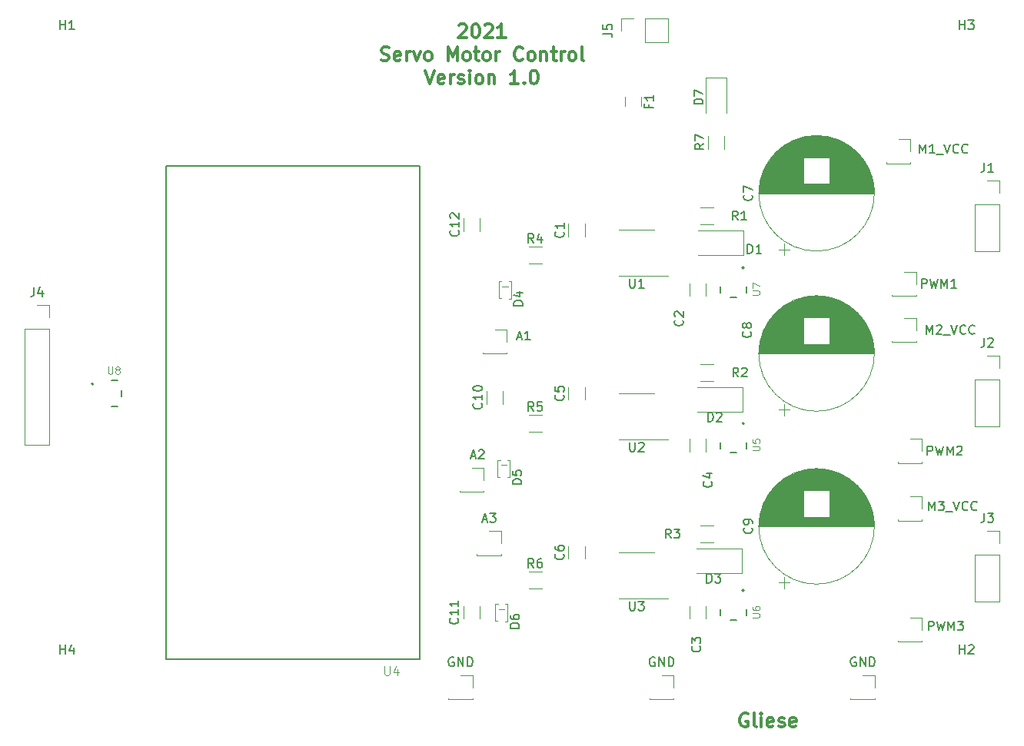
<source format=gbr>
%TF.GenerationSoftware,KiCad,Pcbnew,5.1.10-88a1d61d58~88~ubuntu20.04.1*%
%TF.CreationDate,2021-06-19T14:45:42+02:00*%
%TF.ProjectId,WindowControl,57696e64-6f77-4436-9f6e-74726f6c2e6b,rev?*%
%TF.SameCoordinates,Original*%
%TF.FileFunction,Legend,Top*%
%TF.FilePolarity,Positive*%
%FSLAX46Y46*%
G04 Gerber Fmt 4.6, Leading zero omitted, Abs format (unit mm)*
G04 Created by KiCad (PCBNEW 5.1.10-88a1d61d58~88~ubuntu20.04.1) date 2021-06-19 14:45:42*
%MOMM*%
%LPD*%
G01*
G04 APERTURE LIST*
%ADD10C,0.300000*%
%ADD11C,0.120000*%
%ADD12C,0.127000*%
%ADD13C,0.200000*%
%ADD14C,0.150000*%
%ADD15C,0.015000*%
G04 APERTURE END LIST*
D10*
X104684000Y-100088000D02*
X104541142Y-100016571D01*
X104326857Y-100016571D01*
X104112571Y-100088000D01*
X103969714Y-100230857D01*
X103898285Y-100373714D01*
X103826857Y-100659428D01*
X103826857Y-100873714D01*
X103898285Y-101159428D01*
X103969714Y-101302285D01*
X104112571Y-101445142D01*
X104326857Y-101516571D01*
X104469714Y-101516571D01*
X104684000Y-101445142D01*
X104755428Y-101373714D01*
X104755428Y-100873714D01*
X104469714Y-100873714D01*
X105612571Y-101516571D02*
X105469714Y-101445142D01*
X105398285Y-101302285D01*
X105398285Y-100016571D01*
X106184000Y-101516571D02*
X106184000Y-100516571D01*
X106184000Y-100016571D02*
X106112571Y-100088000D01*
X106184000Y-100159428D01*
X106255428Y-100088000D01*
X106184000Y-100016571D01*
X106184000Y-100159428D01*
X107469714Y-101445142D02*
X107326857Y-101516571D01*
X107041142Y-101516571D01*
X106898285Y-101445142D01*
X106826857Y-101302285D01*
X106826857Y-100730857D01*
X106898285Y-100588000D01*
X107041142Y-100516571D01*
X107326857Y-100516571D01*
X107469714Y-100588000D01*
X107541142Y-100730857D01*
X107541142Y-100873714D01*
X106826857Y-101016571D01*
X108112571Y-101445142D02*
X108255428Y-101516571D01*
X108541142Y-101516571D01*
X108684000Y-101445142D01*
X108755428Y-101302285D01*
X108755428Y-101230857D01*
X108684000Y-101088000D01*
X108541142Y-101016571D01*
X108326857Y-101016571D01*
X108184000Y-100945142D01*
X108112571Y-100802285D01*
X108112571Y-100730857D01*
X108184000Y-100588000D01*
X108326857Y-100516571D01*
X108541142Y-100516571D01*
X108684000Y-100588000D01*
X109969714Y-101445142D02*
X109826857Y-101516571D01*
X109541142Y-101516571D01*
X109398285Y-101445142D01*
X109326857Y-101302285D01*
X109326857Y-100730857D01*
X109398285Y-100588000D01*
X109541142Y-100516571D01*
X109826857Y-100516571D01*
X109969714Y-100588000D01*
X110041142Y-100730857D01*
X110041142Y-100873714D01*
X109326857Y-101016571D01*
X72866571Y-24203428D02*
X72938000Y-24132000D01*
X73080857Y-24060571D01*
X73438000Y-24060571D01*
X73580857Y-24132000D01*
X73652285Y-24203428D01*
X73723714Y-24346285D01*
X73723714Y-24489142D01*
X73652285Y-24703428D01*
X72795142Y-25560571D01*
X73723714Y-25560571D01*
X74652285Y-24060571D02*
X74795142Y-24060571D01*
X74938000Y-24132000D01*
X75009428Y-24203428D01*
X75080857Y-24346285D01*
X75152285Y-24632000D01*
X75152285Y-24989142D01*
X75080857Y-25274857D01*
X75009428Y-25417714D01*
X74938000Y-25489142D01*
X74795142Y-25560571D01*
X74652285Y-25560571D01*
X74509428Y-25489142D01*
X74438000Y-25417714D01*
X74366571Y-25274857D01*
X74295142Y-24989142D01*
X74295142Y-24632000D01*
X74366571Y-24346285D01*
X74438000Y-24203428D01*
X74509428Y-24132000D01*
X74652285Y-24060571D01*
X75723714Y-24203428D02*
X75795142Y-24132000D01*
X75938000Y-24060571D01*
X76295142Y-24060571D01*
X76438000Y-24132000D01*
X76509428Y-24203428D01*
X76580857Y-24346285D01*
X76580857Y-24489142D01*
X76509428Y-24703428D01*
X75652285Y-25560571D01*
X76580857Y-25560571D01*
X78009428Y-25560571D02*
X77152285Y-25560571D01*
X77580857Y-25560571D02*
X77580857Y-24060571D01*
X77438000Y-24274857D01*
X77295142Y-24417714D01*
X77152285Y-24489142D01*
X64330857Y-28039142D02*
X64545142Y-28110571D01*
X64902285Y-28110571D01*
X65045142Y-28039142D01*
X65116571Y-27967714D01*
X65188000Y-27824857D01*
X65188000Y-27682000D01*
X65116571Y-27539142D01*
X65045142Y-27467714D01*
X64902285Y-27396285D01*
X64616571Y-27324857D01*
X64473714Y-27253428D01*
X64402285Y-27182000D01*
X64330857Y-27039142D01*
X64330857Y-26896285D01*
X64402285Y-26753428D01*
X64473714Y-26682000D01*
X64616571Y-26610571D01*
X64973714Y-26610571D01*
X65188000Y-26682000D01*
X66402285Y-28039142D02*
X66259428Y-28110571D01*
X65973714Y-28110571D01*
X65830857Y-28039142D01*
X65759428Y-27896285D01*
X65759428Y-27324857D01*
X65830857Y-27182000D01*
X65973714Y-27110571D01*
X66259428Y-27110571D01*
X66402285Y-27182000D01*
X66473714Y-27324857D01*
X66473714Y-27467714D01*
X65759428Y-27610571D01*
X67116571Y-28110571D02*
X67116571Y-27110571D01*
X67116571Y-27396285D02*
X67188000Y-27253428D01*
X67259428Y-27182000D01*
X67402285Y-27110571D01*
X67545142Y-27110571D01*
X67902285Y-27110571D02*
X68259428Y-28110571D01*
X68616571Y-27110571D01*
X69402285Y-28110571D02*
X69259428Y-28039142D01*
X69188000Y-27967714D01*
X69116571Y-27824857D01*
X69116571Y-27396285D01*
X69188000Y-27253428D01*
X69259428Y-27182000D01*
X69402285Y-27110571D01*
X69616571Y-27110571D01*
X69759428Y-27182000D01*
X69830857Y-27253428D01*
X69902285Y-27396285D01*
X69902285Y-27824857D01*
X69830857Y-27967714D01*
X69759428Y-28039142D01*
X69616571Y-28110571D01*
X69402285Y-28110571D01*
X71688000Y-28110571D02*
X71688000Y-26610571D01*
X72188000Y-27682000D01*
X72688000Y-26610571D01*
X72688000Y-28110571D01*
X73616571Y-28110571D02*
X73473714Y-28039142D01*
X73402285Y-27967714D01*
X73330857Y-27824857D01*
X73330857Y-27396285D01*
X73402285Y-27253428D01*
X73473714Y-27182000D01*
X73616571Y-27110571D01*
X73830857Y-27110571D01*
X73973714Y-27182000D01*
X74045142Y-27253428D01*
X74116571Y-27396285D01*
X74116571Y-27824857D01*
X74045142Y-27967714D01*
X73973714Y-28039142D01*
X73830857Y-28110571D01*
X73616571Y-28110571D01*
X74545142Y-27110571D02*
X75116571Y-27110571D01*
X74759428Y-26610571D02*
X74759428Y-27896285D01*
X74830857Y-28039142D01*
X74973714Y-28110571D01*
X75116571Y-28110571D01*
X75830857Y-28110571D02*
X75688000Y-28039142D01*
X75616571Y-27967714D01*
X75545142Y-27824857D01*
X75545142Y-27396285D01*
X75616571Y-27253428D01*
X75688000Y-27182000D01*
X75830857Y-27110571D01*
X76045142Y-27110571D01*
X76188000Y-27182000D01*
X76259428Y-27253428D01*
X76330857Y-27396285D01*
X76330857Y-27824857D01*
X76259428Y-27967714D01*
X76188000Y-28039142D01*
X76045142Y-28110571D01*
X75830857Y-28110571D01*
X76973714Y-28110571D02*
X76973714Y-27110571D01*
X76973714Y-27396285D02*
X77045142Y-27253428D01*
X77116571Y-27182000D01*
X77259428Y-27110571D01*
X77402285Y-27110571D01*
X79902285Y-27967714D02*
X79830857Y-28039142D01*
X79616571Y-28110571D01*
X79473714Y-28110571D01*
X79259428Y-28039142D01*
X79116571Y-27896285D01*
X79045142Y-27753428D01*
X78973714Y-27467714D01*
X78973714Y-27253428D01*
X79045142Y-26967714D01*
X79116571Y-26824857D01*
X79259428Y-26682000D01*
X79473714Y-26610571D01*
X79616571Y-26610571D01*
X79830857Y-26682000D01*
X79902285Y-26753428D01*
X80759428Y-28110571D02*
X80616571Y-28039142D01*
X80545142Y-27967714D01*
X80473714Y-27824857D01*
X80473714Y-27396285D01*
X80545142Y-27253428D01*
X80616571Y-27182000D01*
X80759428Y-27110571D01*
X80973714Y-27110571D01*
X81116571Y-27182000D01*
X81188000Y-27253428D01*
X81259428Y-27396285D01*
X81259428Y-27824857D01*
X81188000Y-27967714D01*
X81116571Y-28039142D01*
X80973714Y-28110571D01*
X80759428Y-28110571D01*
X81902285Y-27110571D02*
X81902285Y-28110571D01*
X81902285Y-27253428D02*
X81973714Y-27182000D01*
X82116571Y-27110571D01*
X82330857Y-27110571D01*
X82473714Y-27182000D01*
X82545142Y-27324857D01*
X82545142Y-28110571D01*
X83045142Y-27110571D02*
X83616571Y-27110571D01*
X83259428Y-26610571D02*
X83259428Y-27896285D01*
X83330857Y-28039142D01*
X83473714Y-28110571D01*
X83616571Y-28110571D01*
X84116571Y-28110571D02*
X84116571Y-27110571D01*
X84116571Y-27396285D02*
X84188000Y-27253428D01*
X84259428Y-27182000D01*
X84402285Y-27110571D01*
X84545142Y-27110571D01*
X85259428Y-28110571D02*
X85116571Y-28039142D01*
X85045142Y-27967714D01*
X84973714Y-27824857D01*
X84973714Y-27396285D01*
X85045142Y-27253428D01*
X85116571Y-27182000D01*
X85259428Y-27110571D01*
X85473714Y-27110571D01*
X85616571Y-27182000D01*
X85688000Y-27253428D01*
X85759428Y-27396285D01*
X85759428Y-27824857D01*
X85688000Y-27967714D01*
X85616571Y-28039142D01*
X85473714Y-28110571D01*
X85259428Y-28110571D01*
X86616571Y-28110571D02*
X86473714Y-28039142D01*
X86402285Y-27896285D01*
X86402285Y-26610571D01*
X69152285Y-29160571D02*
X69652285Y-30660571D01*
X70152285Y-29160571D01*
X71223714Y-30589142D02*
X71080857Y-30660571D01*
X70795142Y-30660571D01*
X70652285Y-30589142D01*
X70580857Y-30446285D01*
X70580857Y-29874857D01*
X70652285Y-29732000D01*
X70795142Y-29660571D01*
X71080857Y-29660571D01*
X71223714Y-29732000D01*
X71295142Y-29874857D01*
X71295142Y-30017714D01*
X70580857Y-30160571D01*
X71938000Y-30660571D02*
X71938000Y-29660571D01*
X71938000Y-29946285D02*
X72009428Y-29803428D01*
X72080857Y-29732000D01*
X72223714Y-29660571D01*
X72366571Y-29660571D01*
X72795142Y-30589142D02*
X72938000Y-30660571D01*
X73223714Y-30660571D01*
X73366571Y-30589142D01*
X73438000Y-30446285D01*
X73438000Y-30374857D01*
X73366571Y-30232000D01*
X73223714Y-30160571D01*
X73009428Y-30160571D01*
X72866571Y-30089142D01*
X72795142Y-29946285D01*
X72795142Y-29874857D01*
X72866571Y-29732000D01*
X73009428Y-29660571D01*
X73223714Y-29660571D01*
X73366571Y-29732000D01*
X74080857Y-30660571D02*
X74080857Y-29660571D01*
X74080857Y-29160571D02*
X74009428Y-29232000D01*
X74080857Y-29303428D01*
X74152285Y-29232000D01*
X74080857Y-29160571D01*
X74080857Y-29303428D01*
X75009428Y-30660571D02*
X74866571Y-30589142D01*
X74795142Y-30517714D01*
X74723714Y-30374857D01*
X74723714Y-29946285D01*
X74795142Y-29803428D01*
X74866571Y-29732000D01*
X75009428Y-29660571D01*
X75223714Y-29660571D01*
X75366571Y-29732000D01*
X75438000Y-29803428D01*
X75509428Y-29946285D01*
X75509428Y-30374857D01*
X75438000Y-30517714D01*
X75366571Y-30589142D01*
X75223714Y-30660571D01*
X75009428Y-30660571D01*
X76152285Y-29660571D02*
X76152285Y-30660571D01*
X76152285Y-29803428D02*
X76223714Y-29732000D01*
X76366571Y-29660571D01*
X76580857Y-29660571D01*
X76723714Y-29732000D01*
X76795142Y-29874857D01*
X76795142Y-30660571D01*
X79438000Y-30660571D02*
X78580857Y-30660571D01*
X79009428Y-30660571D02*
X79009428Y-29160571D01*
X78866571Y-29374857D01*
X78723714Y-29517714D01*
X78580857Y-29589142D01*
X80080857Y-30517714D02*
X80152285Y-30589142D01*
X80080857Y-30660571D01*
X80009428Y-30589142D01*
X80080857Y-30517714D01*
X80080857Y-30660571D01*
X81080857Y-29160571D02*
X81223714Y-29160571D01*
X81366571Y-29232000D01*
X81438000Y-29303428D01*
X81509428Y-29446285D01*
X81580857Y-29732000D01*
X81580857Y-30089142D01*
X81509428Y-30374857D01*
X81438000Y-30517714D01*
X81366571Y-30589142D01*
X81223714Y-30660571D01*
X81080857Y-30660571D01*
X80938000Y-30589142D01*
X80866571Y-30517714D01*
X80795142Y-30374857D01*
X80723714Y-30089142D01*
X80723714Y-29732000D01*
X80795142Y-29446285D01*
X80866571Y-29303428D01*
X80938000Y-29232000D01*
X81080857Y-29160571D01*
D11*
%TO.C,C1*%
X84942000Y-47496252D02*
X84942000Y-46073748D01*
X86762000Y-47496252D02*
X86762000Y-46073748D01*
%TO.C,C2*%
X98277000Y-52628748D02*
X98277000Y-54051252D01*
X100097000Y-52628748D02*
X100097000Y-54051252D01*
%TO.C,C3*%
X98277000Y-88188748D02*
X98277000Y-89611252D01*
X100097000Y-88188748D02*
X100097000Y-89611252D01*
%TO.C,C4*%
X100097000Y-69773748D02*
X100097000Y-71196252D01*
X98277000Y-69773748D02*
X98277000Y-71196252D01*
%TO.C,C5*%
X86762000Y-65481252D02*
X86762000Y-64058748D01*
X84942000Y-65481252D02*
X84942000Y-64058748D01*
%TO.C,C6*%
X84942000Y-83007252D02*
X84942000Y-81584748D01*
X86762000Y-83007252D02*
X86762000Y-81584748D01*
%TO.C,J1*%
X129734000Y-43942000D02*
X132394000Y-43942000D01*
X129734000Y-43942000D02*
X129734000Y-49082000D01*
X129734000Y-49082000D02*
X132394000Y-49082000D01*
X132394000Y-43942000D02*
X132394000Y-49082000D01*
X132394000Y-41342000D02*
X132394000Y-42672000D01*
X131064000Y-41342000D02*
X132394000Y-41342000D01*
%TO.C,J2*%
X131064000Y-60646000D02*
X132394000Y-60646000D01*
X132394000Y-60646000D02*
X132394000Y-61976000D01*
X132394000Y-63246000D02*
X132394000Y-68386000D01*
X129734000Y-68386000D02*
X132394000Y-68386000D01*
X129734000Y-63246000D02*
X129734000Y-68386000D01*
X129734000Y-63246000D02*
X132394000Y-63246000D01*
%TO.C,J3*%
X129734000Y-82550000D02*
X132394000Y-82550000D01*
X129734000Y-82550000D02*
X129734000Y-87690000D01*
X129734000Y-87690000D02*
X132394000Y-87690000D01*
X132394000Y-82550000D02*
X132394000Y-87690000D01*
X132394000Y-79950000D02*
X132394000Y-81280000D01*
X131064000Y-79950000D02*
X132394000Y-79950000D01*
%TO.C,J4*%
X25086000Y-57658000D02*
X27746000Y-57658000D01*
X25086000Y-57658000D02*
X25086000Y-70418000D01*
X25086000Y-70418000D02*
X27746000Y-70418000D01*
X27746000Y-57658000D02*
X27746000Y-70418000D01*
X27746000Y-55058000D02*
X27746000Y-56388000D01*
X26416000Y-55058000D02*
X27746000Y-55058000D01*
%TO.C,R1*%
X100930064Y-44302000D02*
X99475936Y-44302000D01*
X100930064Y-46122000D02*
X99475936Y-46122000D01*
%TO.C,R2*%
X100930064Y-63394000D02*
X99475936Y-63394000D01*
X100930064Y-61574000D02*
X99475936Y-61574000D01*
%TO.C,R3*%
X100930064Y-81174000D02*
X99475936Y-81174000D01*
X100930064Y-79354000D02*
X99475936Y-79354000D01*
%TO.C,A1*%
X75505000Y-60385000D02*
X78165000Y-60385000D01*
X75505000Y-60265000D02*
X75505000Y-60385000D01*
X78165000Y-60265000D02*
X78165000Y-60385000D01*
X78165000Y-57725000D02*
X78165000Y-59055000D01*
X76835000Y-57725000D02*
X78165000Y-57725000D01*
%TO.C,PWM1*%
X120590000Y-54035000D02*
X123250000Y-54035000D01*
X120590000Y-53915000D02*
X120590000Y-54035000D01*
X123250000Y-53915000D02*
X123250000Y-54035000D01*
X123250000Y-51375000D02*
X123250000Y-52705000D01*
X121920000Y-51375000D02*
X123250000Y-51375000D01*
%TO.C,GND*%
X73056750Y-95825000D02*
X74386750Y-95825000D01*
X74386750Y-95825000D02*
X74386750Y-97155000D01*
X74386750Y-98365000D02*
X74386750Y-98485000D01*
X71726750Y-98365000D02*
X71726750Y-98485000D01*
X71726750Y-98485000D02*
X74386750Y-98485000D01*
%TO.C,A2*%
X72965000Y-75625000D02*
X75625000Y-75625000D01*
X72965000Y-75505000D02*
X72965000Y-75625000D01*
X75625000Y-75505000D02*
X75625000Y-75625000D01*
X75625000Y-72965000D02*
X75625000Y-74295000D01*
X74295000Y-72965000D02*
X75625000Y-72965000D01*
%TO.C,PWM2*%
X122555000Y-69790000D02*
X123885000Y-69790000D01*
X123885000Y-69790000D02*
X123885000Y-71120000D01*
X123885000Y-72330000D02*
X123885000Y-72450000D01*
X121225000Y-72330000D02*
X121225000Y-72450000D01*
X121225000Y-72450000D02*
X123885000Y-72450000D01*
%TO.C,GND*%
X93872375Y-98485000D02*
X96532375Y-98485000D01*
X93872375Y-98365000D02*
X93872375Y-98485000D01*
X96532375Y-98365000D02*
X96532375Y-98485000D01*
X96532375Y-95825000D02*
X96532375Y-97155000D01*
X95202375Y-95825000D02*
X96532375Y-95825000D01*
%TO.C,A3*%
X76200000Y-79950000D02*
X77530000Y-79950000D01*
X77530000Y-79950000D02*
X77530000Y-81280000D01*
X77530000Y-82490000D02*
X77530000Y-82610000D01*
X74870000Y-82490000D02*
X74870000Y-82610000D01*
X74870000Y-82610000D02*
X77530000Y-82610000D01*
%TO.C,PWM3*%
X121225000Y-92135000D02*
X123885000Y-92135000D01*
X121225000Y-92015000D02*
X121225000Y-92135000D01*
X123885000Y-92015000D02*
X123885000Y-92135000D01*
X123885000Y-89475000D02*
X123885000Y-90805000D01*
X122555000Y-89475000D02*
X123885000Y-89475000D01*
%TO.C,GND*%
X117348000Y-95825000D02*
X118678000Y-95825000D01*
X118678000Y-95825000D02*
X118678000Y-97155000D01*
X118678000Y-98365000D02*
X118678000Y-98485000D01*
X116018000Y-98365000D02*
X116018000Y-98485000D01*
X116018000Y-98485000D02*
X118678000Y-98485000D01*
%TO.C,U1*%
X92456000Y-46716000D02*
X90506000Y-46716000D01*
X92456000Y-46716000D02*
X94406000Y-46716000D01*
X92456000Y-51836000D02*
X90506000Y-51836000D01*
X92456000Y-51836000D02*
X95906000Y-51836000D01*
%TO.C,U2*%
X92456000Y-64750000D02*
X90506000Y-64750000D01*
X92456000Y-64750000D02*
X94406000Y-64750000D01*
X92456000Y-69870000D02*
X90506000Y-69870000D01*
X92456000Y-69870000D02*
X95906000Y-69870000D01*
%TO.C,U3*%
X92456000Y-87396000D02*
X95906000Y-87396000D01*
X92456000Y-87396000D02*
X90506000Y-87396000D01*
X92456000Y-82276000D02*
X94406000Y-82276000D01*
X92456000Y-82276000D02*
X90506000Y-82276000D01*
D12*
%TO.C,U4*%
X68560000Y-39679000D02*
X68560000Y-94079000D01*
X68560000Y-94079000D02*
X40660000Y-94079000D01*
X40660000Y-94079000D02*
X40660000Y-39679000D01*
X40660000Y-39679000D02*
X68560000Y-39679000D01*
D11*
%TO.C,D4*%
X78554580Y-52428140D02*
X78359000Y-52428140D01*
X77561440Y-52428140D02*
X77282040Y-52428140D01*
X77282040Y-52428140D02*
X77282040Y-54297580D01*
X77282040Y-54297580D02*
X77533500Y-54297580D01*
X78374240Y-54317900D02*
X78640940Y-54317900D01*
X78640940Y-54317900D02*
X78640940Y-52428140D01*
X78640940Y-52428140D02*
X78541880Y-52428140D01*
X78265020Y-52956460D02*
X77635100Y-52956460D01*
%TO.C,D5*%
X78138020Y-72641460D02*
X77508100Y-72641460D01*
X78513940Y-72113140D02*
X78414880Y-72113140D01*
X78513940Y-74002900D02*
X78513940Y-72113140D01*
X78247240Y-74002900D02*
X78513940Y-74002900D01*
X77155040Y-73982580D02*
X77406500Y-73982580D01*
X77155040Y-72113140D02*
X77155040Y-73982580D01*
X77434440Y-72113140D02*
X77155040Y-72113140D01*
X78427580Y-72113140D02*
X78232000Y-72113140D01*
%TO.C,D6*%
X78173580Y-87988140D02*
X77978000Y-87988140D01*
X77180440Y-87988140D02*
X76901040Y-87988140D01*
X76901040Y-87988140D02*
X76901040Y-89857580D01*
X76901040Y-89857580D02*
X77152500Y-89857580D01*
X77993240Y-89877900D02*
X78259940Y-89877900D01*
X78259940Y-89877900D02*
X78259940Y-87988140D01*
X78259940Y-87988140D02*
X78160880Y-87988140D01*
X77884020Y-88516460D02*
X77254100Y-88516460D01*
%TO.C,R4*%
X80552936Y-48620000D02*
X82007064Y-48620000D01*
X80552936Y-50440000D02*
X82007064Y-50440000D01*
%TO.C,R5*%
X80552936Y-68982000D02*
X82007064Y-68982000D01*
X80552936Y-67162000D02*
X82007064Y-67162000D01*
%TO.C,R6*%
X80552936Y-84434000D02*
X82007064Y-84434000D01*
X80552936Y-86254000D02*
X82007064Y-86254000D01*
%TO.C,C7*%
X108068000Y-48904082D02*
X109318000Y-48904082D01*
X108693000Y-49529082D02*
X108693000Y-48279082D01*
X111951000Y-36351000D02*
X112585000Y-36351000D01*
X111511000Y-36391000D02*
X113025000Y-36391000D01*
X111240000Y-36431000D02*
X113296000Y-36431000D01*
X111027000Y-36471000D02*
X113509000Y-36471000D01*
X110846000Y-36511000D02*
X113690000Y-36511000D01*
X110685000Y-36551000D02*
X113851000Y-36551000D01*
X110540000Y-36591000D02*
X113996000Y-36591000D01*
X110407000Y-36631000D02*
X114129000Y-36631000D01*
X110284000Y-36671000D02*
X114252000Y-36671000D01*
X110168000Y-36711000D02*
X114368000Y-36711000D01*
X110059000Y-36751000D02*
X114477000Y-36751000D01*
X109956000Y-36791000D02*
X114580000Y-36791000D01*
X109858000Y-36831000D02*
X114678000Y-36831000D01*
X109764000Y-36871000D02*
X114772000Y-36871000D01*
X109674000Y-36911000D02*
X114862000Y-36911000D01*
X109587000Y-36951000D02*
X114949000Y-36951000D01*
X109504000Y-36991000D02*
X115032000Y-36991000D01*
X109424000Y-37031000D02*
X115112000Y-37031000D01*
X109347000Y-37071000D02*
X115189000Y-37071000D01*
X109272000Y-37111000D02*
X115264000Y-37111000D01*
X109199000Y-37151000D02*
X115337000Y-37151000D01*
X109128000Y-37191000D02*
X115408000Y-37191000D01*
X109060000Y-37231000D02*
X115476000Y-37231000D01*
X108993000Y-37271000D02*
X115543000Y-37271000D01*
X108929000Y-37311000D02*
X115607000Y-37311000D01*
X108866000Y-37351000D02*
X115670000Y-37351000D01*
X108804000Y-37391000D02*
X115732000Y-37391000D01*
X108744000Y-37431000D02*
X115792000Y-37431000D01*
X108685000Y-37471000D02*
X115851000Y-37471000D01*
X108628000Y-37511000D02*
X115908000Y-37511000D01*
X108572000Y-37551000D02*
X115964000Y-37551000D01*
X108518000Y-37591000D02*
X116018000Y-37591000D01*
X108464000Y-37631000D02*
X116072000Y-37631000D01*
X108412000Y-37671000D02*
X116124000Y-37671000D01*
X108361000Y-37711000D02*
X116175000Y-37711000D01*
X108311000Y-37751000D02*
X116225000Y-37751000D01*
X108261000Y-37791000D02*
X116275000Y-37791000D01*
X108213000Y-37831000D02*
X116323000Y-37831000D01*
X108166000Y-37871000D02*
X116370000Y-37871000D01*
X108120000Y-37911000D02*
X116416000Y-37911000D01*
X108074000Y-37951000D02*
X116462000Y-37951000D01*
X108030000Y-37991000D02*
X116506000Y-37991000D01*
X107986000Y-38031000D02*
X116550000Y-38031000D01*
X107943000Y-38071000D02*
X116593000Y-38071000D01*
X107901000Y-38111000D02*
X116635000Y-38111000D01*
X107860000Y-38151000D02*
X116676000Y-38151000D01*
X107819000Y-38191000D02*
X116717000Y-38191000D01*
X107779000Y-38231000D02*
X116757000Y-38231000D01*
X107740000Y-38271000D02*
X116796000Y-38271000D01*
X107701000Y-38311000D02*
X116835000Y-38311000D01*
X107663000Y-38351000D02*
X116873000Y-38351000D01*
X107626000Y-38391000D02*
X116910000Y-38391000D01*
X107590000Y-38431000D02*
X116946000Y-38431000D01*
X107554000Y-38471000D02*
X116982000Y-38471000D01*
X107518000Y-38511000D02*
X117018000Y-38511000D01*
X107483000Y-38551000D02*
X117053000Y-38551000D01*
X107449000Y-38591000D02*
X117087000Y-38591000D01*
X107416000Y-38631000D02*
X117120000Y-38631000D01*
X107383000Y-38671000D02*
X117153000Y-38671000D01*
X107350000Y-38711000D02*
X117186000Y-38711000D01*
X107318000Y-38751000D02*
X117218000Y-38751000D01*
X113708000Y-38791000D02*
X117250000Y-38791000D01*
X107286000Y-38791000D02*
X110828000Y-38791000D01*
X113708000Y-38831000D02*
X117280000Y-38831000D01*
X107256000Y-38831000D02*
X110828000Y-38831000D01*
X113708000Y-38871000D02*
X117311000Y-38871000D01*
X107225000Y-38871000D02*
X110828000Y-38871000D01*
X113708000Y-38911000D02*
X117341000Y-38911000D01*
X107195000Y-38911000D02*
X110828000Y-38911000D01*
X113708000Y-38951000D02*
X117370000Y-38951000D01*
X107166000Y-38951000D02*
X110828000Y-38951000D01*
X113708000Y-38991000D02*
X117399000Y-38991000D01*
X107137000Y-38991000D02*
X110828000Y-38991000D01*
X113708000Y-39031000D02*
X117428000Y-39031000D01*
X107108000Y-39031000D02*
X110828000Y-39031000D01*
X113708000Y-39071000D02*
X117456000Y-39071000D01*
X107080000Y-39071000D02*
X110828000Y-39071000D01*
X113708000Y-39111000D02*
X117484000Y-39111000D01*
X107052000Y-39111000D02*
X110828000Y-39111000D01*
X113708000Y-39151000D02*
X117511000Y-39151000D01*
X107025000Y-39151000D02*
X110828000Y-39151000D01*
X113708000Y-39191000D02*
X117538000Y-39191000D01*
X106998000Y-39191000D02*
X110828000Y-39191000D01*
X113708000Y-39231000D02*
X117564000Y-39231000D01*
X106972000Y-39231000D02*
X110828000Y-39231000D01*
X113708000Y-39271000D02*
X117590000Y-39271000D01*
X106946000Y-39271000D02*
X110828000Y-39271000D01*
X113708000Y-39311000D02*
X117615000Y-39311000D01*
X106921000Y-39311000D02*
X110828000Y-39311000D01*
X113708000Y-39351000D02*
X117640000Y-39351000D01*
X106896000Y-39351000D02*
X110828000Y-39351000D01*
X113708000Y-39391000D02*
X117665000Y-39391000D01*
X106871000Y-39391000D02*
X110828000Y-39391000D01*
X113708000Y-39431000D02*
X117689000Y-39431000D01*
X106847000Y-39431000D02*
X110828000Y-39431000D01*
X113708000Y-39471000D02*
X117713000Y-39471000D01*
X106823000Y-39471000D02*
X110828000Y-39471000D01*
X113708000Y-39511000D02*
X117736000Y-39511000D01*
X106800000Y-39511000D02*
X110828000Y-39511000D01*
X113708000Y-39551000D02*
X117759000Y-39551000D01*
X106777000Y-39551000D02*
X110828000Y-39551000D01*
X113708000Y-39591000D02*
X117782000Y-39591000D01*
X106754000Y-39591000D02*
X110828000Y-39591000D01*
X113708000Y-39631000D02*
X117804000Y-39631000D01*
X106732000Y-39631000D02*
X110828000Y-39631000D01*
X113708000Y-39671000D02*
X117826000Y-39671000D01*
X106710000Y-39671000D02*
X110828000Y-39671000D01*
X113708000Y-39711000D02*
X117848000Y-39711000D01*
X106688000Y-39711000D02*
X110828000Y-39711000D01*
X113708000Y-39751000D02*
X117869000Y-39751000D01*
X106667000Y-39751000D02*
X110828000Y-39751000D01*
X113708000Y-39791000D02*
X117890000Y-39791000D01*
X106646000Y-39791000D02*
X110828000Y-39791000D01*
X113708000Y-39831000D02*
X117910000Y-39831000D01*
X106626000Y-39831000D02*
X110828000Y-39831000D01*
X113708000Y-39871000D02*
X117930000Y-39871000D01*
X106606000Y-39871000D02*
X110828000Y-39871000D01*
X113708000Y-39911000D02*
X117950000Y-39911000D01*
X106586000Y-39911000D02*
X110828000Y-39911000D01*
X113708000Y-39951000D02*
X117970000Y-39951000D01*
X106566000Y-39951000D02*
X110828000Y-39951000D01*
X113708000Y-39991000D02*
X117989000Y-39991000D01*
X106547000Y-39991000D02*
X110828000Y-39991000D01*
X113708000Y-40031000D02*
X118007000Y-40031000D01*
X106529000Y-40031000D02*
X110828000Y-40031000D01*
X113708000Y-40071000D02*
X118026000Y-40071000D01*
X106510000Y-40071000D02*
X110828000Y-40071000D01*
X113708000Y-40111000D02*
X118044000Y-40111000D01*
X106492000Y-40111000D02*
X110828000Y-40111000D01*
X113708000Y-40151000D02*
X118061000Y-40151000D01*
X106475000Y-40151000D02*
X110828000Y-40151000D01*
X113708000Y-40191000D02*
X118079000Y-40191000D01*
X106457000Y-40191000D02*
X110828000Y-40191000D01*
X113708000Y-40231000D02*
X118096000Y-40231000D01*
X106440000Y-40231000D02*
X110828000Y-40231000D01*
X113708000Y-40271000D02*
X118113000Y-40271000D01*
X106423000Y-40271000D02*
X110828000Y-40271000D01*
X113708000Y-40311000D02*
X118129000Y-40311000D01*
X106407000Y-40311000D02*
X110828000Y-40311000D01*
X113708000Y-40351000D02*
X118145000Y-40351000D01*
X106391000Y-40351000D02*
X110828000Y-40351000D01*
X113708000Y-40391000D02*
X118161000Y-40391000D01*
X106375000Y-40391000D02*
X110828000Y-40391000D01*
X113708000Y-40431000D02*
X118176000Y-40431000D01*
X106360000Y-40431000D02*
X110828000Y-40431000D01*
X113708000Y-40471000D02*
X118192000Y-40471000D01*
X106344000Y-40471000D02*
X110828000Y-40471000D01*
X113708000Y-40511000D02*
X118207000Y-40511000D01*
X106329000Y-40511000D02*
X110828000Y-40511000D01*
X113708000Y-40551000D02*
X118221000Y-40551000D01*
X106315000Y-40551000D02*
X110828000Y-40551000D01*
X113708000Y-40591000D02*
X118235000Y-40591000D01*
X106301000Y-40591000D02*
X110828000Y-40591000D01*
X113708000Y-40631000D02*
X118249000Y-40631000D01*
X106287000Y-40631000D02*
X110828000Y-40631000D01*
X113708000Y-40671000D02*
X118263000Y-40671000D01*
X106273000Y-40671000D02*
X110828000Y-40671000D01*
X113708000Y-40711000D02*
X118276000Y-40711000D01*
X106260000Y-40711000D02*
X110828000Y-40711000D01*
X113708000Y-40751000D02*
X118289000Y-40751000D01*
X106247000Y-40751000D02*
X110828000Y-40751000D01*
X113708000Y-40791000D02*
X118302000Y-40791000D01*
X106234000Y-40791000D02*
X110828000Y-40791000D01*
X113708000Y-40831000D02*
X118315000Y-40831000D01*
X106221000Y-40831000D02*
X110828000Y-40831000D01*
X113708000Y-40871000D02*
X118327000Y-40871000D01*
X106209000Y-40871000D02*
X110828000Y-40871000D01*
X113708000Y-40911000D02*
X118339000Y-40911000D01*
X106197000Y-40911000D02*
X110828000Y-40911000D01*
X113708000Y-40951000D02*
X118351000Y-40951000D01*
X106185000Y-40951000D02*
X110828000Y-40951000D01*
X113708000Y-40991000D02*
X118362000Y-40991000D01*
X106174000Y-40991000D02*
X110828000Y-40991000D01*
X113708000Y-41031000D02*
X118373000Y-41031000D01*
X106163000Y-41031000D02*
X110828000Y-41031000D01*
X113708000Y-41071000D02*
X118384000Y-41071000D01*
X106152000Y-41071000D02*
X110828000Y-41071000D01*
X113708000Y-41111000D02*
X118394000Y-41111000D01*
X106142000Y-41111000D02*
X110828000Y-41111000D01*
X113708000Y-41151000D02*
X118405000Y-41151000D01*
X106131000Y-41151000D02*
X110828000Y-41151000D01*
X113708000Y-41191000D02*
X118414000Y-41191000D01*
X106122000Y-41191000D02*
X110828000Y-41191000D01*
X113708000Y-41231000D02*
X118424000Y-41231000D01*
X106112000Y-41231000D02*
X110828000Y-41231000D01*
X113708000Y-41271000D02*
X118434000Y-41271000D01*
X106102000Y-41271000D02*
X110828000Y-41271000D01*
X113708000Y-41311000D02*
X118443000Y-41311000D01*
X106093000Y-41311000D02*
X110828000Y-41311000D01*
X113708000Y-41351000D02*
X118452000Y-41351000D01*
X106084000Y-41351000D02*
X110828000Y-41351000D01*
X113708000Y-41391000D02*
X118460000Y-41391000D01*
X106076000Y-41391000D02*
X110828000Y-41391000D01*
X113708000Y-41431000D02*
X118469000Y-41431000D01*
X106067000Y-41431000D02*
X110828000Y-41431000D01*
X113708000Y-41471000D02*
X118477000Y-41471000D01*
X106059000Y-41471000D02*
X110828000Y-41471000D01*
X113708000Y-41511000D02*
X118484000Y-41511000D01*
X106052000Y-41511000D02*
X110828000Y-41511000D01*
X113708000Y-41551000D02*
X118492000Y-41551000D01*
X106044000Y-41551000D02*
X110828000Y-41551000D01*
X113708000Y-41591000D02*
X118499000Y-41591000D01*
X106037000Y-41591000D02*
X110828000Y-41591000D01*
X113708000Y-41631000D02*
X118506000Y-41631000D01*
X106030000Y-41631000D02*
X110828000Y-41631000D01*
X106023000Y-41671000D02*
X118513000Y-41671000D01*
X106016000Y-41711000D02*
X118520000Y-41711000D01*
X106010000Y-41751000D02*
X118526000Y-41751000D01*
X106004000Y-41791000D02*
X118532000Y-41791000D01*
X105999000Y-41831000D02*
X118537000Y-41831000D01*
X105993000Y-41871000D02*
X118543000Y-41871000D01*
X105988000Y-41911000D02*
X118548000Y-41911000D01*
X105983000Y-41951000D02*
X118553000Y-41951000D01*
X105978000Y-41991000D02*
X118558000Y-41991000D01*
X105974000Y-42032000D02*
X118562000Y-42032000D01*
X105970000Y-42072000D02*
X118566000Y-42072000D01*
X105966000Y-42112000D02*
X118570000Y-42112000D01*
X105962000Y-42152000D02*
X118574000Y-42152000D01*
X105959000Y-42192000D02*
X118577000Y-42192000D01*
X105956000Y-42232000D02*
X118580000Y-42232000D01*
X105953000Y-42272000D02*
X118583000Y-42272000D01*
X105950000Y-42312000D02*
X118586000Y-42312000D01*
X105948000Y-42352000D02*
X118588000Y-42352000D01*
X105946000Y-42392000D02*
X118590000Y-42392000D01*
X105944000Y-42432000D02*
X118592000Y-42432000D01*
X105942000Y-42472000D02*
X118594000Y-42472000D01*
X105941000Y-42512000D02*
X118595000Y-42512000D01*
X105940000Y-42552000D02*
X118596000Y-42552000D01*
X105939000Y-42592000D02*
X118597000Y-42592000D01*
X105938000Y-42632000D02*
X118598000Y-42632000D01*
X105938000Y-42672000D02*
X118598000Y-42672000D01*
X105938000Y-42712000D02*
X118598000Y-42712000D01*
X118638000Y-42712000D02*
G75*
G03*
X118638000Y-42712000I-6370000J0D01*
G01*
%TO.C,C8*%
X118638000Y-60365000D02*
G75*
G03*
X118638000Y-60365000I-6370000J0D01*
G01*
X105938000Y-60365000D02*
X118598000Y-60365000D01*
X105938000Y-60325000D02*
X118598000Y-60325000D01*
X105938000Y-60285000D02*
X118598000Y-60285000D01*
X105939000Y-60245000D02*
X118597000Y-60245000D01*
X105940000Y-60205000D02*
X118596000Y-60205000D01*
X105941000Y-60165000D02*
X118595000Y-60165000D01*
X105942000Y-60125000D02*
X118594000Y-60125000D01*
X105944000Y-60085000D02*
X118592000Y-60085000D01*
X105946000Y-60045000D02*
X118590000Y-60045000D01*
X105948000Y-60005000D02*
X118588000Y-60005000D01*
X105950000Y-59965000D02*
X118586000Y-59965000D01*
X105953000Y-59925000D02*
X118583000Y-59925000D01*
X105956000Y-59885000D02*
X118580000Y-59885000D01*
X105959000Y-59845000D02*
X118577000Y-59845000D01*
X105962000Y-59805000D02*
X118574000Y-59805000D01*
X105966000Y-59765000D02*
X118570000Y-59765000D01*
X105970000Y-59725000D02*
X118566000Y-59725000D01*
X105974000Y-59685000D02*
X118562000Y-59685000D01*
X105978000Y-59644000D02*
X118558000Y-59644000D01*
X105983000Y-59604000D02*
X118553000Y-59604000D01*
X105988000Y-59564000D02*
X118548000Y-59564000D01*
X105993000Y-59524000D02*
X118543000Y-59524000D01*
X105999000Y-59484000D02*
X118537000Y-59484000D01*
X106004000Y-59444000D02*
X118532000Y-59444000D01*
X106010000Y-59404000D02*
X118526000Y-59404000D01*
X106016000Y-59364000D02*
X118520000Y-59364000D01*
X106023000Y-59324000D02*
X118513000Y-59324000D01*
X106030000Y-59284000D02*
X110828000Y-59284000D01*
X113708000Y-59284000D02*
X118506000Y-59284000D01*
X106037000Y-59244000D02*
X110828000Y-59244000D01*
X113708000Y-59244000D02*
X118499000Y-59244000D01*
X106044000Y-59204000D02*
X110828000Y-59204000D01*
X113708000Y-59204000D02*
X118492000Y-59204000D01*
X106052000Y-59164000D02*
X110828000Y-59164000D01*
X113708000Y-59164000D02*
X118484000Y-59164000D01*
X106059000Y-59124000D02*
X110828000Y-59124000D01*
X113708000Y-59124000D02*
X118477000Y-59124000D01*
X106067000Y-59084000D02*
X110828000Y-59084000D01*
X113708000Y-59084000D02*
X118469000Y-59084000D01*
X106076000Y-59044000D02*
X110828000Y-59044000D01*
X113708000Y-59044000D02*
X118460000Y-59044000D01*
X106084000Y-59004000D02*
X110828000Y-59004000D01*
X113708000Y-59004000D02*
X118452000Y-59004000D01*
X106093000Y-58964000D02*
X110828000Y-58964000D01*
X113708000Y-58964000D02*
X118443000Y-58964000D01*
X106102000Y-58924000D02*
X110828000Y-58924000D01*
X113708000Y-58924000D02*
X118434000Y-58924000D01*
X106112000Y-58884000D02*
X110828000Y-58884000D01*
X113708000Y-58884000D02*
X118424000Y-58884000D01*
X106122000Y-58844000D02*
X110828000Y-58844000D01*
X113708000Y-58844000D02*
X118414000Y-58844000D01*
X106131000Y-58804000D02*
X110828000Y-58804000D01*
X113708000Y-58804000D02*
X118405000Y-58804000D01*
X106142000Y-58764000D02*
X110828000Y-58764000D01*
X113708000Y-58764000D02*
X118394000Y-58764000D01*
X106152000Y-58724000D02*
X110828000Y-58724000D01*
X113708000Y-58724000D02*
X118384000Y-58724000D01*
X106163000Y-58684000D02*
X110828000Y-58684000D01*
X113708000Y-58684000D02*
X118373000Y-58684000D01*
X106174000Y-58644000D02*
X110828000Y-58644000D01*
X113708000Y-58644000D02*
X118362000Y-58644000D01*
X106185000Y-58604000D02*
X110828000Y-58604000D01*
X113708000Y-58604000D02*
X118351000Y-58604000D01*
X106197000Y-58564000D02*
X110828000Y-58564000D01*
X113708000Y-58564000D02*
X118339000Y-58564000D01*
X106209000Y-58524000D02*
X110828000Y-58524000D01*
X113708000Y-58524000D02*
X118327000Y-58524000D01*
X106221000Y-58484000D02*
X110828000Y-58484000D01*
X113708000Y-58484000D02*
X118315000Y-58484000D01*
X106234000Y-58444000D02*
X110828000Y-58444000D01*
X113708000Y-58444000D02*
X118302000Y-58444000D01*
X106247000Y-58404000D02*
X110828000Y-58404000D01*
X113708000Y-58404000D02*
X118289000Y-58404000D01*
X106260000Y-58364000D02*
X110828000Y-58364000D01*
X113708000Y-58364000D02*
X118276000Y-58364000D01*
X106273000Y-58324000D02*
X110828000Y-58324000D01*
X113708000Y-58324000D02*
X118263000Y-58324000D01*
X106287000Y-58284000D02*
X110828000Y-58284000D01*
X113708000Y-58284000D02*
X118249000Y-58284000D01*
X106301000Y-58244000D02*
X110828000Y-58244000D01*
X113708000Y-58244000D02*
X118235000Y-58244000D01*
X106315000Y-58204000D02*
X110828000Y-58204000D01*
X113708000Y-58204000D02*
X118221000Y-58204000D01*
X106329000Y-58164000D02*
X110828000Y-58164000D01*
X113708000Y-58164000D02*
X118207000Y-58164000D01*
X106344000Y-58124000D02*
X110828000Y-58124000D01*
X113708000Y-58124000D02*
X118192000Y-58124000D01*
X106360000Y-58084000D02*
X110828000Y-58084000D01*
X113708000Y-58084000D02*
X118176000Y-58084000D01*
X106375000Y-58044000D02*
X110828000Y-58044000D01*
X113708000Y-58044000D02*
X118161000Y-58044000D01*
X106391000Y-58004000D02*
X110828000Y-58004000D01*
X113708000Y-58004000D02*
X118145000Y-58004000D01*
X106407000Y-57964000D02*
X110828000Y-57964000D01*
X113708000Y-57964000D02*
X118129000Y-57964000D01*
X106423000Y-57924000D02*
X110828000Y-57924000D01*
X113708000Y-57924000D02*
X118113000Y-57924000D01*
X106440000Y-57884000D02*
X110828000Y-57884000D01*
X113708000Y-57884000D02*
X118096000Y-57884000D01*
X106457000Y-57844000D02*
X110828000Y-57844000D01*
X113708000Y-57844000D02*
X118079000Y-57844000D01*
X106475000Y-57804000D02*
X110828000Y-57804000D01*
X113708000Y-57804000D02*
X118061000Y-57804000D01*
X106492000Y-57764000D02*
X110828000Y-57764000D01*
X113708000Y-57764000D02*
X118044000Y-57764000D01*
X106510000Y-57724000D02*
X110828000Y-57724000D01*
X113708000Y-57724000D02*
X118026000Y-57724000D01*
X106529000Y-57684000D02*
X110828000Y-57684000D01*
X113708000Y-57684000D02*
X118007000Y-57684000D01*
X106547000Y-57644000D02*
X110828000Y-57644000D01*
X113708000Y-57644000D02*
X117989000Y-57644000D01*
X106566000Y-57604000D02*
X110828000Y-57604000D01*
X113708000Y-57604000D02*
X117970000Y-57604000D01*
X106586000Y-57564000D02*
X110828000Y-57564000D01*
X113708000Y-57564000D02*
X117950000Y-57564000D01*
X106606000Y-57524000D02*
X110828000Y-57524000D01*
X113708000Y-57524000D02*
X117930000Y-57524000D01*
X106626000Y-57484000D02*
X110828000Y-57484000D01*
X113708000Y-57484000D02*
X117910000Y-57484000D01*
X106646000Y-57444000D02*
X110828000Y-57444000D01*
X113708000Y-57444000D02*
X117890000Y-57444000D01*
X106667000Y-57404000D02*
X110828000Y-57404000D01*
X113708000Y-57404000D02*
X117869000Y-57404000D01*
X106688000Y-57364000D02*
X110828000Y-57364000D01*
X113708000Y-57364000D02*
X117848000Y-57364000D01*
X106710000Y-57324000D02*
X110828000Y-57324000D01*
X113708000Y-57324000D02*
X117826000Y-57324000D01*
X106732000Y-57284000D02*
X110828000Y-57284000D01*
X113708000Y-57284000D02*
X117804000Y-57284000D01*
X106754000Y-57244000D02*
X110828000Y-57244000D01*
X113708000Y-57244000D02*
X117782000Y-57244000D01*
X106777000Y-57204000D02*
X110828000Y-57204000D01*
X113708000Y-57204000D02*
X117759000Y-57204000D01*
X106800000Y-57164000D02*
X110828000Y-57164000D01*
X113708000Y-57164000D02*
X117736000Y-57164000D01*
X106823000Y-57124000D02*
X110828000Y-57124000D01*
X113708000Y-57124000D02*
X117713000Y-57124000D01*
X106847000Y-57084000D02*
X110828000Y-57084000D01*
X113708000Y-57084000D02*
X117689000Y-57084000D01*
X106871000Y-57044000D02*
X110828000Y-57044000D01*
X113708000Y-57044000D02*
X117665000Y-57044000D01*
X106896000Y-57004000D02*
X110828000Y-57004000D01*
X113708000Y-57004000D02*
X117640000Y-57004000D01*
X106921000Y-56964000D02*
X110828000Y-56964000D01*
X113708000Y-56964000D02*
X117615000Y-56964000D01*
X106946000Y-56924000D02*
X110828000Y-56924000D01*
X113708000Y-56924000D02*
X117590000Y-56924000D01*
X106972000Y-56884000D02*
X110828000Y-56884000D01*
X113708000Y-56884000D02*
X117564000Y-56884000D01*
X106998000Y-56844000D02*
X110828000Y-56844000D01*
X113708000Y-56844000D02*
X117538000Y-56844000D01*
X107025000Y-56804000D02*
X110828000Y-56804000D01*
X113708000Y-56804000D02*
X117511000Y-56804000D01*
X107052000Y-56764000D02*
X110828000Y-56764000D01*
X113708000Y-56764000D02*
X117484000Y-56764000D01*
X107080000Y-56724000D02*
X110828000Y-56724000D01*
X113708000Y-56724000D02*
X117456000Y-56724000D01*
X107108000Y-56684000D02*
X110828000Y-56684000D01*
X113708000Y-56684000D02*
X117428000Y-56684000D01*
X107137000Y-56644000D02*
X110828000Y-56644000D01*
X113708000Y-56644000D02*
X117399000Y-56644000D01*
X107166000Y-56604000D02*
X110828000Y-56604000D01*
X113708000Y-56604000D02*
X117370000Y-56604000D01*
X107195000Y-56564000D02*
X110828000Y-56564000D01*
X113708000Y-56564000D02*
X117341000Y-56564000D01*
X107225000Y-56524000D02*
X110828000Y-56524000D01*
X113708000Y-56524000D02*
X117311000Y-56524000D01*
X107256000Y-56484000D02*
X110828000Y-56484000D01*
X113708000Y-56484000D02*
X117280000Y-56484000D01*
X107286000Y-56444000D02*
X110828000Y-56444000D01*
X113708000Y-56444000D02*
X117250000Y-56444000D01*
X107318000Y-56404000D02*
X117218000Y-56404000D01*
X107350000Y-56364000D02*
X117186000Y-56364000D01*
X107383000Y-56324000D02*
X117153000Y-56324000D01*
X107416000Y-56284000D02*
X117120000Y-56284000D01*
X107449000Y-56244000D02*
X117087000Y-56244000D01*
X107483000Y-56204000D02*
X117053000Y-56204000D01*
X107518000Y-56164000D02*
X117018000Y-56164000D01*
X107554000Y-56124000D02*
X116982000Y-56124000D01*
X107590000Y-56084000D02*
X116946000Y-56084000D01*
X107626000Y-56044000D02*
X116910000Y-56044000D01*
X107663000Y-56004000D02*
X116873000Y-56004000D01*
X107701000Y-55964000D02*
X116835000Y-55964000D01*
X107740000Y-55924000D02*
X116796000Y-55924000D01*
X107779000Y-55884000D02*
X116757000Y-55884000D01*
X107819000Y-55844000D02*
X116717000Y-55844000D01*
X107860000Y-55804000D02*
X116676000Y-55804000D01*
X107901000Y-55764000D02*
X116635000Y-55764000D01*
X107943000Y-55724000D02*
X116593000Y-55724000D01*
X107986000Y-55684000D02*
X116550000Y-55684000D01*
X108030000Y-55644000D02*
X116506000Y-55644000D01*
X108074000Y-55604000D02*
X116462000Y-55604000D01*
X108120000Y-55564000D02*
X116416000Y-55564000D01*
X108166000Y-55524000D02*
X116370000Y-55524000D01*
X108213000Y-55484000D02*
X116323000Y-55484000D01*
X108261000Y-55444000D02*
X116275000Y-55444000D01*
X108311000Y-55404000D02*
X116225000Y-55404000D01*
X108361000Y-55364000D02*
X116175000Y-55364000D01*
X108412000Y-55324000D02*
X116124000Y-55324000D01*
X108464000Y-55284000D02*
X116072000Y-55284000D01*
X108518000Y-55244000D02*
X116018000Y-55244000D01*
X108572000Y-55204000D02*
X115964000Y-55204000D01*
X108628000Y-55164000D02*
X115908000Y-55164000D01*
X108685000Y-55124000D02*
X115851000Y-55124000D01*
X108744000Y-55084000D02*
X115792000Y-55084000D01*
X108804000Y-55044000D02*
X115732000Y-55044000D01*
X108866000Y-55004000D02*
X115670000Y-55004000D01*
X108929000Y-54964000D02*
X115607000Y-54964000D01*
X108993000Y-54924000D02*
X115543000Y-54924000D01*
X109060000Y-54884000D02*
X115476000Y-54884000D01*
X109128000Y-54844000D02*
X115408000Y-54844000D01*
X109199000Y-54804000D02*
X115337000Y-54804000D01*
X109272000Y-54764000D02*
X115264000Y-54764000D01*
X109347000Y-54724000D02*
X115189000Y-54724000D01*
X109424000Y-54684000D02*
X115112000Y-54684000D01*
X109504000Y-54644000D02*
X115032000Y-54644000D01*
X109587000Y-54604000D02*
X114949000Y-54604000D01*
X109674000Y-54564000D02*
X114862000Y-54564000D01*
X109764000Y-54524000D02*
X114772000Y-54524000D01*
X109858000Y-54484000D02*
X114678000Y-54484000D01*
X109956000Y-54444000D02*
X114580000Y-54444000D01*
X110059000Y-54404000D02*
X114477000Y-54404000D01*
X110168000Y-54364000D02*
X114368000Y-54364000D01*
X110284000Y-54324000D02*
X114252000Y-54324000D01*
X110407000Y-54284000D02*
X114129000Y-54284000D01*
X110540000Y-54244000D02*
X113996000Y-54244000D01*
X110685000Y-54204000D02*
X113851000Y-54204000D01*
X110846000Y-54164000D02*
X113690000Y-54164000D01*
X111027000Y-54124000D02*
X113509000Y-54124000D01*
X111240000Y-54084000D02*
X113296000Y-54084000D01*
X111511000Y-54044000D02*
X113025000Y-54044000D01*
X111951000Y-54004000D02*
X112585000Y-54004000D01*
X108693000Y-67182082D02*
X108693000Y-65932082D01*
X108068000Y-66557082D02*
X109318000Y-66557082D01*
%TO.C,C9*%
X108068000Y-85607082D02*
X109318000Y-85607082D01*
X108693000Y-86232082D02*
X108693000Y-84982082D01*
X111951000Y-73054000D02*
X112585000Y-73054000D01*
X111511000Y-73094000D02*
X113025000Y-73094000D01*
X111240000Y-73134000D02*
X113296000Y-73134000D01*
X111027000Y-73174000D02*
X113509000Y-73174000D01*
X110846000Y-73214000D02*
X113690000Y-73214000D01*
X110685000Y-73254000D02*
X113851000Y-73254000D01*
X110540000Y-73294000D02*
X113996000Y-73294000D01*
X110407000Y-73334000D02*
X114129000Y-73334000D01*
X110284000Y-73374000D02*
X114252000Y-73374000D01*
X110168000Y-73414000D02*
X114368000Y-73414000D01*
X110059000Y-73454000D02*
X114477000Y-73454000D01*
X109956000Y-73494000D02*
X114580000Y-73494000D01*
X109858000Y-73534000D02*
X114678000Y-73534000D01*
X109764000Y-73574000D02*
X114772000Y-73574000D01*
X109674000Y-73614000D02*
X114862000Y-73614000D01*
X109587000Y-73654000D02*
X114949000Y-73654000D01*
X109504000Y-73694000D02*
X115032000Y-73694000D01*
X109424000Y-73734000D02*
X115112000Y-73734000D01*
X109347000Y-73774000D02*
X115189000Y-73774000D01*
X109272000Y-73814000D02*
X115264000Y-73814000D01*
X109199000Y-73854000D02*
X115337000Y-73854000D01*
X109128000Y-73894000D02*
X115408000Y-73894000D01*
X109060000Y-73934000D02*
X115476000Y-73934000D01*
X108993000Y-73974000D02*
X115543000Y-73974000D01*
X108929000Y-74014000D02*
X115607000Y-74014000D01*
X108866000Y-74054000D02*
X115670000Y-74054000D01*
X108804000Y-74094000D02*
X115732000Y-74094000D01*
X108744000Y-74134000D02*
X115792000Y-74134000D01*
X108685000Y-74174000D02*
X115851000Y-74174000D01*
X108628000Y-74214000D02*
X115908000Y-74214000D01*
X108572000Y-74254000D02*
X115964000Y-74254000D01*
X108518000Y-74294000D02*
X116018000Y-74294000D01*
X108464000Y-74334000D02*
X116072000Y-74334000D01*
X108412000Y-74374000D02*
X116124000Y-74374000D01*
X108361000Y-74414000D02*
X116175000Y-74414000D01*
X108311000Y-74454000D02*
X116225000Y-74454000D01*
X108261000Y-74494000D02*
X116275000Y-74494000D01*
X108213000Y-74534000D02*
X116323000Y-74534000D01*
X108166000Y-74574000D02*
X116370000Y-74574000D01*
X108120000Y-74614000D02*
X116416000Y-74614000D01*
X108074000Y-74654000D02*
X116462000Y-74654000D01*
X108030000Y-74694000D02*
X116506000Y-74694000D01*
X107986000Y-74734000D02*
X116550000Y-74734000D01*
X107943000Y-74774000D02*
X116593000Y-74774000D01*
X107901000Y-74814000D02*
X116635000Y-74814000D01*
X107860000Y-74854000D02*
X116676000Y-74854000D01*
X107819000Y-74894000D02*
X116717000Y-74894000D01*
X107779000Y-74934000D02*
X116757000Y-74934000D01*
X107740000Y-74974000D02*
X116796000Y-74974000D01*
X107701000Y-75014000D02*
X116835000Y-75014000D01*
X107663000Y-75054000D02*
X116873000Y-75054000D01*
X107626000Y-75094000D02*
X116910000Y-75094000D01*
X107590000Y-75134000D02*
X116946000Y-75134000D01*
X107554000Y-75174000D02*
X116982000Y-75174000D01*
X107518000Y-75214000D02*
X117018000Y-75214000D01*
X107483000Y-75254000D02*
X117053000Y-75254000D01*
X107449000Y-75294000D02*
X117087000Y-75294000D01*
X107416000Y-75334000D02*
X117120000Y-75334000D01*
X107383000Y-75374000D02*
X117153000Y-75374000D01*
X107350000Y-75414000D02*
X117186000Y-75414000D01*
X107318000Y-75454000D02*
X117218000Y-75454000D01*
X113708000Y-75494000D02*
X117250000Y-75494000D01*
X107286000Y-75494000D02*
X110828000Y-75494000D01*
X113708000Y-75534000D02*
X117280000Y-75534000D01*
X107256000Y-75534000D02*
X110828000Y-75534000D01*
X113708000Y-75574000D02*
X117311000Y-75574000D01*
X107225000Y-75574000D02*
X110828000Y-75574000D01*
X113708000Y-75614000D02*
X117341000Y-75614000D01*
X107195000Y-75614000D02*
X110828000Y-75614000D01*
X113708000Y-75654000D02*
X117370000Y-75654000D01*
X107166000Y-75654000D02*
X110828000Y-75654000D01*
X113708000Y-75694000D02*
X117399000Y-75694000D01*
X107137000Y-75694000D02*
X110828000Y-75694000D01*
X113708000Y-75734000D02*
X117428000Y-75734000D01*
X107108000Y-75734000D02*
X110828000Y-75734000D01*
X113708000Y-75774000D02*
X117456000Y-75774000D01*
X107080000Y-75774000D02*
X110828000Y-75774000D01*
X113708000Y-75814000D02*
X117484000Y-75814000D01*
X107052000Y-75814000D02*
X110828000Y-75814000D01*
X113708000Y-75854000D02*
X117511000Y-75854000D01*
X107025000Y-75854000D02*
X110828000Y-75854000D01*
X113708000Y-75894000D02*
X117538000Y-75894000D01*
X106998000Y-75894000D02*
X110828000Y-75894000D01*
X113708000Y-75934000D02*
X117564000Y-75934000D01*
X106972000Y-75934000D02*
X110828000Y-75934000D01*
X113708000Y-75974000D02*
X117590000Y-75974000D01*
X106946000Y-75974000D02*
X110828000Y-75974000D01*
X113708000Y-76014000D02*
X117615000Y-76014000D01*
X106921000Y-76014000D02*
X110828000Y-76014000D01*
X113708000Y-76054000D02*
X117640000Y-76054000D01*
X106896000Y-76054000D02*
X110828000Y-76054000D01*
X113708000Y-76094000D02*
X117665000Y-76094000D01*
X106871000Y-76094000D02*
X110828000Y-76094000D01*
X113708000Y-76134000D02*
X117689000Y-76134000D01*
X106847000Y-76134000D02*
X110828000Y-76134000D01*
X113708000Y-76174000D02*
X117713000Y-76174000D01*
X106823000Y-76174000D02*
X110828000Y-76174000D01*
X113708000Y-76214000D02*
X117736000Y-76214000D01*
X106800000Y-76214000D02*
X110828000Y-76214000D01*
X113708000Y-76254000D02*
X117759000Y-76254000D01*
X106777000Y-76254000D02*
X110828000Y-76254000D01*
X113708000Y-76294000D02*
X117782000Y-76294000D01*
X106754000Y-76294000D02*
X110828000Y-76294000D01*
X113708000Y-76334000D02*
X117804000Y-76334000D01*
X106732000Y-76334000D02*
X110828000Y-76334000D01*
X113708000Y-76374000D02*
X117826000Y-76374000D01*
X106710000Y-76374000D02*
X110828000Y-76374000D01*
X113708000Y-76414000D02*
X117848000Y-76414000D01*
X106688000Y-76414000D02*
X110828000Y-76414000D01*
X113708000Y-76454000D02*
X117869000Y-76454000D01*
X106667000Y-76454000D02*
X110828000Y-76454000D01*
X113708000Y-76494000D02*
X117890000Y-76494000D01*
X106646000Y-76494000D02*
X110828000Y-76494000D01*
X113708000Y-76534000D02*
X117910000Y-76534000D01*
X106626000Y-76534000D02*
X110828000Y-76534000D01*
X113708000Y-76574000D02*
X117930000Y-76574000D01*
X106606000Y-76574000D02*
X110828000Y-76574000D01*
X113708000Y-76614000D02*
X117950000Y-76614000D01*
X106586000Y-76614000D02*
X110828000Y-76614000D01*
X113708000Y-76654000D02*
X117970000Y-76654000D01*
X106566000Y-76654000D02*
X110828000Y-76654000D01*
X113708000Y-76694000D02*
X117989000Y-76694000D01*
X106547000Y-76694000D02*
X110828000Y-76694000D01*
X113708000Y-76734000D02*
X118007000Y-76734000D01*
X106529000Y-76734000D02*
X110828000Y-76734000D01*
X113708000Y-76774000D02*
X118026000Y-76774000D01*
X106510000Y-76774000D02*
X110828000Y-76774000D01*
X113708000Y-76814000D02*
X118044000Y-76814000D01*
X106492000Y-76814000D02*
X110828000Y-76814000D01*
X113708000Y-76854000D02*
X118061000Y-76854000D01*
X106475000Y-76854000D02*
X110828000Y-76854000D01*
X113708000Y-76894000D02*
X118079000Y-76894000D01*
X106457000Y-76894000D02*
X110828000Y-76894000D01*
X113708000Y-76934000D02*
X118096000Y-76934000D01*
X106440000Y-76934000D02*
X110828000Y-76934000D01*
X113708000Y-76974000D02*
X118113000Y-76974000D01*
X106423000Y-76974000D02*
X110828000Y-76974000D01*
X113708000Y-77014000D02*
X118129000Y-77014000D01*
X106407000Y-77014000D02*
X110828000Y-77014000D01*
X113708000Y-77054000D02*
X118145000Y-77054000D01*
X106391000Y-77054000D02*
X110828000Y-77054000D01*
X113708000Y-77094000D02*
X118161000Y-77094000D01*
X106375000Y-77094000D02*
X110828000Y-77094000D01*
X113708000Y-77134000D02*
X118176000Y-77134000D01*
X106360000Y-77134000D02*
X110828000Y-77134000D01*
X113708000Y-77174000D02*
X118192000Y-77174000D01*
X106344000Y-77174000D02*
X110828000Y-77174000D01*
X113708000Y-77214000D02*
X118207000Y-77214000D01*
X106329000Y-77214000D02*
X110828000Y-77214000D01*
X113708000Y-77254000D02*
X118221000Y-77254000D01*
X106315000Y-77254000D02*
X110828000Y-77254000D01*
X113708000Y-77294000D02*
X118235000Y-77294000D01*
X106301000Y-77294000D02*
X110828000Y-77294000D01*
X113708000Y-77334000D02*
X118249000Y-77334000D01*
X106287000Y-77334000D02*
X110828000Y-77334000D01*
X113708000Y-77374000D02*
X118263000Y-77374000D01*
X106273000Y-77374000D02*
X110828000Y-77374000D01*
X113708000Y-77414000D02*
X118276000Y-77414000D01*
X106260000Y-77414000D02*
X110828000Y-77414000D01*
X113708000Y-77454000D02*
X118289000Y-77454000D01*
X106247000Y-77454000D02*
X110828000Y-77454000D01*
X113708000Y-77494000D02*
X118302000Y-77494000D01*
X106234000Y-77494000D02*
X110828000Y-77494000D01*
X113708000Y-77534000D02*
X118315000Y-77534000D01*
X106221000Y-77534000D02*
X110828000Y-77534000D01*
X113708000Y-77574000D02*
X118327000Y-77574000D01*
X106209000Y-77574000D02*
X110828000Y-77574000D01*
X113708000Y-77614000D02*
X118339000Y-77614000D01*
X106197000Y-77614000D02*
X110828000Y-77614000D01*
X113708000Y-77654000D02*
X118351000Y-77654000D01*
X106185000Y-77654000D02*
X110828000Y-77654000D01*
X113708000Y-77694000D02*
X118362000Y-77694000D01*
X106174000Y-77694000D02*
X110828000Y-77694000D01*
X113708000Y-77734000D02*
X118373000Y-77734000D01*
X106163000Y-77734000D02*
X110828000Y-77734000D01*
X113708000Y-77774000D02*
X118384000Y-77774000D01*
X106152000Y-77774000D02*
X110828000Y-77774000D01*
X113708000Y-77814000D02*
X118394000Y-77814000D01*
X106142000Y-77814000D02*
X110828000Y-77814000D01*
X113708000Y-77854000D02*
X118405000Y-77854000D01*
X106131000Y-77854000D02*
X110828000Y-77854000D01*
X113708000Y-77894000D02*
X118414000Y-77894000D01*
X106122000Y-77894000D02*
X110828000Y-77894000D01*
X113708000Y-77934000D02*
X118424000Y-77934000D01*
X106112000Y-77934000D02*
X110828000Y-77934000D01*
X113708000Y-77974000D02*
X118434000Y-77974000D01*
X106102000Y-77974000D02*
X110828000Y-77974000D01*
X113708000Y-78014000D02*
X118443000Y-78014000D01*
X106093000Y-78014000D02*
X110828000Y-78014000D01*
X113708000Y-78054000D02*
X118452000Y-78054000D01*
X106084000Y-78054000D02*
X110828000Y-78054000D01*
X113708000Y-78094000D02*
X118460000Y-78094000D01*
X106076000Y-78094000D02*
X110828000Y-78094000D01*
X113708000Y-78134000D02*
X118469000Y-78134000D01*
X106067000Y-78134000D02*
X110828000Y-78134000D01*
X113708000Y-78174000D02*
X118477000Y-78174000D01*
X106059000Y-78174000D02*
X110828000Y-78174000D01*
X113708000Y-78214000D02*
X118484000Y-78214000D01*
X106052000Y-78214000D02*
X110828000Y-78214000D01*
X113708000Y-78254000D02*
X118492000Y-78254000D01*
X106044000Y-78254000D02*
X110828000Y-78254000D01*
X113708000Y-78294000D02*
X118499000Y-78294000D01*
X106037000Y-78294000D02*
X110828000Y-78294000D01*
X113708000Y-78334000D02*
X118506000Y-78334000D01*
X106030000Y-78334000D02*
X110828000Y-78334000D01*
X106023000Y-78374000D02*
X118513000Y-78374000D01*
X106016000Y-78414000D02*
X118520000Y-78414000D01*
X106010000Y-78454000D02*
X118526000Y-78454000D01*
X106004000Y-78494000D02*
X118532000Y-78494000D01*
X105999000Y-78534000D02*
X118537000Y-78534000D01*
X105993000Y-78574000D02*
X118543000Y-78574000D01*
X105988000Y-78614000D02*
X118548000Y-78614000D01*
X105983000Y-78654000D02*
X118553000Y-78654000D01*
X105978000Y-78694000D02*
X118558000Y-78694000D01*
X105974000Y-78735000D02*
X118562000Y-78735000D01*
X105970000Y-78775000D02*
X118566000Y-78775000D01*
X105966000Y-78815000D02*
X118570000Y-78815000D01*
X105962000Y-78855000D02*
X118574000Y-78855000D01*
X105959000Y-78895000D02*
X118577000Y-78895000D01*
X105956000Y-78935000D02*
X118580000Y-78935000D01*
X105953000Y-78975000D02*
X118583000Y-78975000D01*
X105950000Y-79015000D02*
X118586000Y-79015000D01*
X105948000Y-79055000D02*
X118588000Y-79055000D01*
X105946000Y-79095000D02*
X118590000Y-79095000D01*
X105944000Y-79135000D02*
X118592000Y-79135000D01*
X105942000Y-79175000D02*
X118594000Y-79175000D01*
X105941000Y-79215000D02*
X118595000Y-79215000D01*
X105940000Y-79255000D02*
X118596000Y-79255000D01*
X105939000Y-79295000D02*
X118597000Y-79295000D01*
X105938000Y-79335000D02*
X118598000Y-79335000D01*
X105938000Y-79375000D02*
X118598000Y-79375000D01*
X105938000Y-79415000D02*
X118598000Y-79415000D01*
X118638000Y-79415000D02*
G75*
G03*
X118638000Y-79415000I-6370000J0D01*
G01*
%TO.C,F1*%
X91165000Y-32120545D02*
X91165000Y-33101455D01*
X92985000Y-32120545D02*
X92985000Y-33101455D01*
%TO.C,J5*%
X90745000Y-24765000D02*
X90745000Y-23435000D01*
X90745000Y-23435000D02*
X92075000Y-23435000D01*
X93345000Y-23435000D02*
X95945000Y-23435000D01*
X95945000Y-26095000D02*
X95945000Y-23435000D01*
X93345000Y-26095000D02*
X95945000Y-26095000D01*
X93345000Y-26095000D02*
X93345000Y-23435000D01*
D12*
%TO.C,U5*%
X101674000Y-70830000D02*
X101674000Y-70170000D01*
X103459000Y-71300000D02*
X102789000Y-71300000D01*
X104574000Y-70170000D02*
X104574000Y-70830000D01*
D13*
X104274000Y-68090000D02*
G75*
G03*
X104274000Y-68090000I-100000J0D01*
G01*
%TO.C,U6*%
X104274000Y-86490000D02*
G75*
G03*
X104274000Y-86490000I-100000J0D01*
G01*
D12*
X104574000Y-88570000D02*
X104574000Y-89230000D01*
X103459000Y-89700000D02*
X102789000Y-89700000D01*
X101674000Y-89230000D02*
X101674000Y-88570000D01*
D13*
%TO.C,U7*%
X104274000Y-50930000D02*
G75*
G03*
X104274000Y-50930000I-100000J0D01*
G01*
D12*
X104574000Y-53010000D02*
X104574000Y-53670000D01*
X103459000Y-54140000D02*
X102789000Y-54140000D01*
X101674000Y-53670000D02*
X101674000Y-53010000D01*
%TO.C,U8*%
X35255000Y-66220000D02*
X34595000Y-66220000D01*
X35725000Y-64435000D02*
X35725000Y-65105000D01*
X34595000Y-63320000D02*
X35255000Y-63320000D01*
D13*
X32615000Y-63720000D02*
G75*
G03*
X32615000Y-63720000I-100000J0D01*
G01*
D11*
%TO.C,M2_VCC*%
X121920000Y-56455000D02*
X123250000Y-56455000D01*
X123250000Y-56455000D02*
X123250000Y-57785000D01*
X123250000Y-58995000D02*
X123250000Y-59115000D01*
X120590000Y-58995000D02*
X120590000Y-59115000D01*
X120590000Y-59115000D02*
X123250000Y-59115000D01*
%TO.C,M3_VCC*%
X121225000Y-78800000D02*
X123885000Y-78800000D01*
X121225000Y-78680000D02*
X121225000Y-78800000D01*
X123885000Y-78680000D02*
X123885000Y-78800000D01*
X123885000Y-76140000D02*
X123885000Y-77470000D01*
X122555000Y-76140000D02*
X123885000Y-76140000D01*
%TO.C,M1_VCC*%
X119955000Y-39430000D02*
X122615000Y-39430000D01*
X119955000Y-39310000D02*
X119955000Y-39430000D01*
X122615000Y-39310000D02*
X122615000Y-39430000D01*
X122615000Y-36770000D02*
X122615000Y-38100000D01*
X121285000Y-36770000D02*
X122615000Y-36770000D01*
%TO.C,D1*%
X104172000Y-49493000D02*
X104172000Y-46773000D01*
X104172000Y-46773000D02*
X99192000Y-46773000D01*
X104172000Y-49493000D02*
X99192000Y-49493000D01*
%TO.C,D2*%
X104131000Y-66765000D02*
X104131000Y-64045000D01*
X104131000Y-64045000D02*
X99151000Y-64045000D01*
X104131000Y-66765000D02*
X99151000Y-66765000D01*
%TO.C,D3*%
X104004000Y-84545000D02*
X99024000Y-84545000D01*
X104004000Y-81825000D02*
X99024000Y-81825000D01*
X104004000Y-84545000D02*
X104004000Y-81825000D01*
%TO.C,D7*%
X102354000Y-33861000D02*
X102354000Y-29976000D01*
X102354000Y-29976000D02*
X100084000Y-29976000D01*
X100084000Y-29976000D02*
X100084000Y-33861000D01*
%TO.C,R7*%
X100309000Y-37811064D02*
X100309000Y-36356936D01*
X102129000Y-37811064D02*
X102129000Y-36356936D01*
%TO.C,C11*%
X73385000Y-88188748D02*
X73385000Y-89611252D01*
X75205000Y-88188748D02*
X75205000Y-89611252D01*
%TO.C,C10*%
X75925000Y-65911252D02*
X75925000Y-64488748D01*
X77745000Y-65911252D02*
X77745000Y-64488748D01*
%TO.C,C12*%
X75205000Y-46861252D02*
X75205000Y-45438748D01*
X73385000Y-46861252D02*
X73385000Y-45438748D01*
%TO.C,C1*%
D14*
X84359142Y-46951666D02*
X84406761Y-46999285D01*
X84454380Y-47142142D01*
X84454380Y-47237380D01*
X84406761Y-47380238D01*
X84311523Y-47475476D01*
X84216285Y-47523095D01*
X84025809Y-47570714D01*
X83882952Y-47570714D01*
X83692476Y-47523095D01*
X83597238Y-47475476D01*
X83502000Y-47380238D01*
X83454380Y-47237380D01*
X83454380Y-47142142D01*
X83502000Y-46999285D01*
X83549619Y-46951666D01*
X84454380Y-45999285D02*
X84454380Y-46570714D01*
X84454380Y-46285000D02*
X83454380Y-46285000D01*
X83597238Y-46380238D01*
X83692476Y-46475476D01*
X83740095Y-46570714D01*
%TO.C,C2*%
X97512142Y-56681666D02*
X97559761Y-56729285D01*
X97607380Y-56872142D01*
X97607380Y-56967380D01*
X97559761Y-57110238D01*
X97464523Y-57205476D01*
X97369285Y-57253095D01*
X97178809Y-57300714D01*
X97035952Y-57300714D01*
X96845476Y-57253095D01*
X96750238Y-57205476D01*
X96655000Y-57110238D01*
X96607380Y-56967380D01*
X96607380Y-56872142D01*
X96655000Y-56729285D01*
X96702619Y-56681666D01*
X96702619Y-56300714D02*
X96655000Y-56253095D01*
X96607380Y-56157857D01*
X96607380Y-55919761D01*
X96655000Y-55824523D01*
X96702619Y-55776904D01*
X96797857Y-55729285D01*
X96893095Y-55729285D01*
X97035952Y-55776904D01*
X97607380Y-56348333D01*
X97607380Y-55729285D01*
%TO.C,C3*%
X99417142Y-92622666D02*
X99464761Y-92670285D01*
X99512380Y-92813142D01*
X99512380Y-92908380D01*
X99464761Y-93051238D01*
X99369523Y-93146476D01*
X99274285Y-93194095D01*
X99083809Y-93241714D01*
X98940952Y-93241714D01*
X98750476Y-93194095D01*
X98655238Y-93146476D01*
X98560000Y-93051238D01*
X98512380Y-92908380D01*
X98512380Y-92813142D01*
X98560000Y-92670285D01*
X98607619Y-92622666D01*
X98512380Y-92289333D02*
X98512380Y-91670285D01*
X98893333Y-92003619D01*
X98893333Y-91860761D01*
X98940952Y-91765523D01*
X98988571Y-91717904D01*
X99083809Y-91670285D01*
X99321904Y-91670285D01*
X99417142Y-91717904D01*
X99464761Y-91765523D01*
X99512380Y-91860761D01*
X99512380Y-92146476D01*
X99464761Y-92241714D01*
X99417142Y-92289333D01*
%TO.C,C4*%
X100687142Y-74461666D02*
X100734761Y-74509285D01*
X100782380Y-74652142D01*
X100782380Y-74747380D01*
X100734761Y-74890238D01*
X100639523Y-74985476D01*
X100544285Y-75033095D01*
X100353809Y-75080714D01*
X100210952Y-75080714D01*
X100020476Y-75033095D01*
X99925238Y-74985476D01*
X99830000Y-74890238D01*
X99782380Y-74747380D01*
X99782380Y-74652142D01*
X99830000Y-74509285D01*
X99877619Y-74461666D01*
X100115714Y-73604523D02*
X100782380Y-73604523D01*
X99734761Y-73842619D02*
X100449047Y-74080714D01*
X100449047Y-73461666D01*
%TO.C,C5*%
X84359142Y-64936666D02*
X84406761Y-64984285D01*
X84454380Y-65127142D01*
X84454380Y-65222380D01*
X84406761Y-65365238D01*
X84311523Y-65460476D01*
X84216285Y-65508095D01*
X84025809Y-65555714D01*
X83882952Y-65555714D01*
X83692476Y-65508095D01*
X83597238Y-65460476D01*
X83502000Y-65365238D01*
X83454380Y-65222380D01*
X83454380Y-65127142D01*
X83502000Y-64984285D01*
X83549619Y-64936666D01*
X83454380Y-64031904D02*
X83454380Y-64508095D01*
X83930571Y-64555714D01*
X83882952Y-64508095D01*
X83835333Y-64412857D01*
X83835333Y-64174761D01*
X83882952Y-64079523D01*
X83930571Y-64031904D01*
X84025809Y-63984285D01*
X84263904Y-63984285D01*
X84359142Y-64031904D01*
X84406761Y-64079523D01*
X84454380Y-64174761D01*
X84454380Y-64412857D01*
X84406761Y-64508095D01*
X84359142Y-64555714D01*
%TO.C,C6*%
X84359142Y-82462666D02*
X84406761Y-82510285D01*
X84454380Y-82653142D01*
X84454380Y-82748380D01*
X84406761Y-82891238D01*
X84311523Y-82986476D01*
X84216285Y-83034095D01*
X84025809Y-83081714D01*
X83882952Y-83081714D01*
X83692476Y-83034095D01*
X83597238Y-82986476D01*
X83502000Y-82891238D01*
X83454380Y-82748380D01*
X83454380Y-82653142D01*
X83502000Y-82510285D01*
X83549619Y-82462666D01*
X83454380Y-81605523D02*
X83454380Y-81796000D01*
X83502000Y-81891238D01*
X83549619Y-81938857D01*
X83692476Y-82034095D01*
X83882952Y-82081714D01*
X84263904Y-82081714D01*
X84359142Y-82034095D01*
X84406761Y-81986476D01*
X84454380Y-81891238D01*
X84454380Y-81700761D01*
X84406761Y-81605523D01*
X84359142Y-81557904D01*
X84263904Y-81510285D01*
X84025809Y-81510285D01*
X83930571Y-81557904D01*
X83882952Y-81605523D01*
X83835333Y-81700761D01*
X83835333Y-81891238D01*
X83882952Y-81986476D01*
X83930571Y-82034095D01*
X84025809Y-82081714D01*
%TO.C,J1*%
X130730666Y-39354380D02*
X130730666Y-40068666D01*
X130683047Y-40211523D01*
X130587809Y-40306761D01*
X130444952Y-40354380D01*
X130349714Y-40354380D01*
X131730666Y-40354380D02*
X131159238Y-40354380D01*
X131444952Y-40354380D02*
X131444952Y-39354380D01*
X131349714Y-39497238D01*
X131254476Y-39592476D01*
X131159238Y-39640095D01*
%TO.C,J2*%
X130730666Y-58658380D02*
X130730666Y-59372666D01*
X130683047Y-59515523D01*
X130587809Y-59610761D01*
X130444952Y-59658380D01*
X130349714Y-59658380D01*
X131159238Y-58753619D02*
X131206857Y-58706000D01*
X131302095Y-58658380D01*
X131540190Y-58658380D01*
X131635428Y-58706000D01*
X131683047Y-58753619D01*
X131730666Y-58848857D01*
X131730666Y-58944095D01*
X131683047Y-59086952D01*
X131111619Y-59658380D01*
X131730666Y-59658380D01*
%TO.C,J3*%
X130730666Y-77962380D02*
X130730666Y-78676666D01*
X130683047Y-78819523D01*
X130587809Y-78914761D01*
X130444952Y-78962380D01*
X130349714Y-78962380D01*
X131111619Y-77962380D02*
X131730666Y-77962380D01*
X131397333Y-78343333D01*
X131540190Y-78343333D01*
X131635428Y-78390952D01*
X131683047Y-78438571D01*
X131730666Y-78533809D01*
X131730666Y-78771904D01*
X131683047Y-78867142D01*
X131635428Y-78914761D01*
X131540190Y-78962380D01*
X131254476Y-78962380D01*
X131159238Y-78914761D01*
X131111619Y-78867142D01*
%TO.C,J4*%
X26082666Y-53070380D02*
X26082666Y-53784666D01*
X26035047Y-53927523D01*
X25939809Y-54022761D01*
X25796952Y-54070380D01*
X25701714Y-54070380D01*
X26987428Y-53403714D02*
X26987428Y-54070380D01*
X26749333Y-53022761D02*
X26511238Y-53737047D01*
X27130285Y-53737047D01*
%TO.C,R1*%
X103592333Y-45664380D02*
X103259000Y-45188190D01*
X103020904Y-45664380D02*
X103020904Y-44664380D01*
X103401857Y-44664380D01*
X103497095Y-44712000D01*
X103544714Y-44759619D01*
X103592333Y-44854857D01*
X103592333Y-44997714D01*
X103544714Y-45092952D01*
X103497095Y-45140571D01*
X103401857Y-45188190D01*
X103020904Y-45188190D01*
X104544714Y-45664380D02*
X103973285Y-45664380D01*
X104259000Y-45664380D02*
X104259000Y-44664380D01*
X104163761Y-44807238D01*
X104068523Y-44902476D01*
X103973285Y-44950095D01*
%TO.C,R2*%
X103653833Y-62936380D02*
X103320500Y-62460190D01*
X103082404Y-62936380D02*
X103082404Y-61936380D01*
X103463357Y-61936380D01*
X103558595Y-61984000D01*
X103606214Y-62031619D01*
X103653833Y-62126857D01*
X103653833Y-62269714D01*
X103606214Y-62364952D01*
X103558595Y-62412571D01*
X103463357Y-62460190D01*
X103082404Y-62460190D01*
X104034785Y-62031619D02*
X104082404Y-61984000D01*
X104177642Y-61936380D01*
X104415738Y-61936380D01*
X104510976Y-61984000D01*
X104558595Y-62031619D01*
X104606214Y-62126857D01*
X104606214Y-62222095D01*
X104558595Y-62364952D01*
X103987166Y-62936380D01*
X104606214Y-62936380D01*
%TO.C,R3*%
X96226333Y-80716380D02*
X95893000Y-80240190D01*
X95654904Y-80716380D02*
X95654904Y-79716380D01*
X96035857Y-79716380D01*
X96131095Y-79764000D01*
X96178714Y-79811619D01*
X96226333Y-79906857D01*
X96226333Y-80049714D01*
X96178714Y-80144952D01*
X96131095Y-80192571D01*
X96035857Y-80240190D01*
X95654904Y-80240190D01*
X96559666Y-79716380D02*
X97178714Y-79716380D01*
X96845380Y-80097333D01*
X96988238Y-80097333D01*
X97083476Y-80144952D01*
X97131095Y-80192571D01*
X97178714Y-80287809D01*
X97178714Y-80525904D01*
X97131095Y-80621142D01*
X97083476Y-80668761D01*
X96988238Y-80716380D01*
X96702523Y-80716380D01*
X96607285Y-80668761D01*
X96559666Y-80621142D01*
%TO.C,A1*%
X79295714Y-58586666D02*
X79771904Y-58586666D01*
X79200476Y-58872380D02*
X79533809Y-57872380D01*
X79867142Y-58872380D01*
X80724285Y-58872380D02*
X80152857Y-58872380D01*
X80438571Y-58872380D02*
X80438571Y-57872380D01*
X80343333Y-58015238D01*
X80248095Y-58110476D01*
X80152857Y-58158095D01*
%TO.C,PWM1*%
X123849047Y-53157380D02*
X123849047Y-52157380D01*
X124230000Y-52157380D01*
X124325238Y-52205000D01*
X124372857Y-52252619D01*
X124420476Y-52347857D01*
X124420476Y-52490714D01*
X124372857Y-52585952D01*
X124325238Y-52633571D01*
X124230000Y-52681190D01*
X123849047Y-52681190D01*
X124753809Y-52157380D02*
X124991904Y-53157380D01*
X125182380Y-52443095D01*
X125372857Y-53157380D01*
X125610952Y-52157380D01*
X125991904Y-53157380D02*
X125991904Y-52157380D01*
X126325238Y-52871666D01*
X126658571Y-52157380D01*
X126658571Y-53157380D01*
X127658571Y-53157380D02*
X127087142Y-53157380D01*
X127372857Y-53157380D02*
X127372857Y-52157380D01*
X127277619Y-52300238D01*
X127182380Y-52395476D01*
X127087142Y-52443095D01*
%TO.C,GND*%
X72294845Y-93885000D02*
X72199607Y-93837380D01*
X72056750Y-93837380D01*
X71913892Y-93885000D01*
X71818654Y-93980238D01*
X71771035Y-94075476D01*
X71723416Y-94265952D01*
X71723416Y-94408809D01*
X71771035Y-94599285D01*
X71818654Y-94694523D01*
X71913892Y-94789761D01*
X72056750Y-94837380D01*
X72151988Y-94837380D01*
X72294845Y-94789761D01*
X72342464Y-94742142D01*
X72342464Y-94408809D01*
X72151988Y-94408809D01*
X72771035Y-94837380D02*
X72771035Y-93837380D01*
X73342464Y-94837380D01*
X73342464Y-93837380D01*
X73818654Y-94837380D02*
X73818654Y-93837380D01*
X74056750Y-93837380D01*
X74199607Y-93885000D01*
X74294845Y-93980238D01*
X74342464Y-94075476D01*
X74390083Y-94265952D01*
X74390083Y-94408809D01*
X74342464Y-94599285D01*
X74294845Y-94694523D01*
X74199607Y-94789761D01*
X74056750Y-94837380D01*
X73818654Y-94837380D01*
%TO.C,A2*%
X74215714Y-71691666D02*
X74691904Y-71691666D01*
X74120476Y-71977380D02*
X74453809Y-70977380D01*
X74787142Y-71977380D01*
X75072857Y-71072619D02*
X75120476Y-71025000D01*
X75215714Y-70977380D01*
X75453809Y-70977380D01*
X75549047Y-71025000D01*
X75596666Y-71072619D01*
X75644285Y-71167857D01*
X75644285Y-71263095D01*
X75596666Y-71405952D01*
X75025238Y-71977380D01*
X75644285Y-71977380D01*
%TO.C,PWM2*%
X124484047Y-71572380D02*
X124484047Y-70572380D01*
X124865000Y-70572380D01*
X124960238Y-70620000D01*
X125007857Y-70667619D01*
X125055476Y-70762857D01*
X125055476Y-70905714D01*
X125007857Y-71000952D01*
X124960238Y-71048571D01*
X124865000Y-71096190D01*
X124484047Y-71096190D01*
X125388809Y-70572380D02*
X125626904Y-71572380D01*
X125817380Y-70858095D01*
X126007857Y-71572380D01*
X126245952Y-70572380D01*
X126626904Y-71572380D02*
X126626904Y-70572380D01*
X126960238Y-71286666D01*
X127293571Y-70572380D01*
X127293571Y-71572380D01*
X127722142Y-70667619D02*
X127769761Y-70620000D01*
X127865000Y-70572380D01*
X128103095Y-70572380D01*
X128198333Y-70620000D01*
X128245952Y-70667619D01*
X128293571Y-70762857D01*
X128293571Y-70858095D01*
X128245952Y-71000952D01*
X127674523Y-71572380D01*
X128293571Y-71572380D01*
%TO.C,GND*%
X94440470Y-93885000D02*
X94345232Y-93837380D01*
X94202375Y-93837380D01*
X94059517Y-93885000D01*
X93964279Y-93980238D01*
X93916660Y-94075476D01*
X93869041Y-94265952D01*
X93869041Y-94408809D01*
X93916660Y-94599285D01*
X93964279Y-94694523D01*
X94059517Y-94789761D01*
X94202375Y-94837380D01*
X94297613Y-94837380D01*
X94440470Y-94789761D01*
X94488089Y-94742142D01*
X94488089Y-94408809D01*
X94297613Y-94408809D01*
X94916660Y-94837380D02*
X94916660Y-93837380D01*
X95488089Y-94837380D01*
X95488089Y-93837380D01*
X95964279Y-94837380D02*
X95964279Y-93837380D01*
X96202375Y-93837380D01*
X96345232Y-93885000D01*
X96440470Y-93980238D01*
X96488089Y-94075476D01*
X96535708Y-94265952D01*
X96535708Y-94408809D01*
X96488089Y-94599285D01*
X96440470Y-94694523D01*
X96345232Y-94789761D01*
X96202375Y-94837380D01*
X95964279Y-94837380D01*
%TO.C,A3*%
X75485714Y-78676666D02*
X75961904Y-78676666D01*
X75390476Y-78962380D02*
X75723809Y-77962380D01*
X76057142Y-78962380D01*
X76295238Y-77962380D02*
X76914285Y-77962380D01*
X76580952Y-78343333D01*
X76723809Y-78343333D01*
X76819047Y-78390952D01*
X76866666Y-78438571D01*
X76914285Y-78533809D01*
X76914285Y-78771904D01*
X76866666Y-78867142D01*
X76819047Y-78914761D01*
X76723809Y-78962380D01*
X76438095Y-78962380D01*
X76342857Y-78914761D01*
X76295238Y-78867142D01*
%TO.C,PWM3*%
X124611047Y-90876380D02*
X124611047Y-89876380D01*
X124992000Y-89876380D01*
X125087238Y-89924000D01*
X125134857Y-89971619D01*
X125182476Y-90066857D01*
X125182476Y-90209714D01*
X125134857Y-90304952D01*
X125087238Y-90352571D01*
X124992000Y-90400190D01*
X124611047Y-90400190D01*
X125515809Y-89876380D02*
X125753904Y-90876380D01*
X125944380Y-90162095D01*
X126134857Y-90876380D01*
X126372952Y-89876380D01*
X126753904Y-90876380D02*
X126753904Y-89876380D01*
X127087238Y-90590666D01*
X127420571Y-89876380D01*
X127420571Y-90876380D01*
X127801523Y-89876380D02*
X128420571Y-89876380D01*
X128087238Y-90257333D01*
X128230095Y-90257333D01*
X128325333Y-90304952D01*
X128372952Y-90352571D01*
X128420571Y-90447809D01*
X128420571Y-90685904D01*
X128372952Y-90781142D01*
X128325333Y-90828761D01*
X128230095Y-90876380D01*
X127944380Y-90876380D01*
X127849142Y-90828761D01*
X127801523Y-90781142D01*
%TO.C,GND*%
X116586095Y-93885000D02*
X116490857Y-93837380D01*
X116348000Y-93837380D01*
X116205142Y-93885000D01*
X116109904Y-93980238D01*
X116062285Y-94075476D01*
X116014666Y-94265952D01*
X116014666Y-94408809D01*
X116062285Y-94599285D01*
X116109904Y-94694523D01*
X116205142Y-94789761D01*
X116348000Y-94837380D01*
X116443238Y-94837380D01*
X116586095Y-94789761D01*
X116633714Y-94742142D01*
X116633714Y-94408809D01*
X116443238Y-94408809D01*
X117062285Y-94837380D02*
X117062285Y-93837380D01*
X117633714Y-94837380D01*
X117633714Y-93837380D01*
X118109904Y-94837380D02*
X118109904Y-93837380D01*
X118348000Y-93837380D01*
X118490857Y-93885000D01*
X118586095Y-93980238D01*
X118633714Y-94075476D01*
X118681333Y-94265952D01*
X118681333Y-94408809D01*
X118633714Y-94599285D01*
X118586095Y-94694523D01*
X118490857Y-94789761D01*
X118348000Y-94837380D01*
X118109904Y-94837380D01*
%TO.C,U1*%
X91694095Y-52128380D02*
X91694095Y-52937904D01*
X91741714Y-53033142D01*
X91789333Y-53080761D01*
X91884571Y-53128380D01*
X92075047Y-53128380D01*
X92170285Y-53080761D01*
X92217904Y-53033142D01*
X92265523Y-52937904D01*
X92265523Y-52128380D01*
X93265523Y-53128380D02*
X92694095Y-53128380D01*
X92979809Y-53128380D02*
X92979809Y-52128380D01*
X92884571Y-52271238D01*
X92789333Y-52366476D01*
X92694095Y-52414095D01*
%TO.C,U2*%
X91694095Y-70162380D02*
X91694095Y-70971904D01*
X91741714Y-71067142D01*
X91789333Y-71114761D01*
X91884571Y-71162380D01*
X92075047Y-71162380D01*
X92170285Y-71114761D01*
X92217904Y-71067142D01*
X92265523Y-70971904D01*
X92265523Y-70162380D01*
X92694095Y-70257619D02*
X92741714Y-70210000D01*
X92836952Y-70162380D01*
X93075047Y-70162380D01*
X93170285Y-70210000D01*
X93217904Y-70257619D01*
X93265523Y-70352857D01*
X93265523Y-70448095D01*
X93217904Y-70590952D01*
X92646476Y-71162380D01*
X93265523Y-71162380D01*
%TO.C,U3*%
X91694095Y-87688380D02*
X91694095Y-88497904D01*
X91741714Y-88593142D01*
X91789333Y-88640761D01*
X91884571Y-88688380D01*
X92075047Y-88688380D01*
X92170285Y-88640761D01*
X92217904Y-88593142D01*
X92265523Y-88497904D01*
X92265523Y-87688380D01*
X92646476Y-87688380D02*
X93265523Y-87688380D01*
X92932190Y-88069333D01*
X93075047Y-88069333D01*
X93170285Y-88116952D01*
X93217904Y-88164571D01*
X93265523Y-88259809D01*
X93265523Y-88497904D01*
X93217904Y-88593142D01*
X93170285Y-88640761D01*
X93075047Y-88688380D01*
X92789333Y-88688380D01*
X92694095Y-88640761D01*
X92646476Y-88593142D01*
%TO.C,U4*%
D15*
X64676976Y-94827214D02*
X64676976Y-95637050D01*
X64724613Y-95732325D01*
X64772251Y-95779963D01*
X64867525Y-95827600D01*
X65058075Y-95827600D01*
X65153350Y-95779963D01*
X65200987Y-95732325D01*
X65248625Y-95637050D01*
X65248625Y-94827214D01*
X66153736Y-95160676D02*
X66153736Y-95827600D01*
X65915549Y-94779577D02*
X65677362Y-95494138D01*
X66296648Y-95494138D01*
%TO.C,D4*%
D14*
X79903580Y-55078855D02*
X78903580Y-55078855D01*
X78903580Y-54840760D01*
X78951200Y-54697902D01*
X79046438Y-54602664D01*
X79141676Y-54555045D01*
X79332152Y-54507426D01*
X79475009Y-54507426D01*
X79665485Y-54555045D01*
X79760723Y-54602664D01*
X79855961Y-54697902D01*
X79903580Y-54840760D01*
X79903580Y-55078855D01*
X79236914Y-53650283D02*
X79903580Y-53650283D01*
X78855961Y-53888379D02*
X79570247Y-54126474D01*
X79570247Y-53507426D01*
%TO.C,D5*%
X79776580Y-74763855D02*
X78776580Y-74763855D01*
X78776580Y-74525760D01*
X78824200Y-74382902D01*
X78919438Y-74287664D01*
X79014676Y-74240045D01*
X79205152Y-74192426D01*
X79348009Y-74192426D01*
X79538485Y-74240045D01*
X79633723Y-74287664D01*
X79728961Y-74382902D01*
X79776580Y-74525760D01*
X79776580Y-74763855D01*
X78776580Y-73287664D02*
X78776580Y-73763855D01*
X79252771Y-73811474D01*
X79205152Y-73763855D01*
X79157533Y-73668617D01*
X79157533Y-73430521D01*
X79205152Y-73335283D01*
X79252771Y-73287664D01*
X79348009Y-73240045D01*
X79586104Y-73240045D01*
X79681342Y-73287664D01*
X79728961Y-73335283D01*
X79776580Y-73430521D01*
X79776580Y-73668617D01*
X79728961Y-73763855D01*
X79681342Y-73811474D01*
%TO.C,D6*%
X79522580Y-90638855D02*
X78522580Y-90638855D01*
X78522580Y-90400760D01*
X78570200Y-90257902D01*
X78665438Y-90162664D01*
X78760676Y-90115045D01*
X78951152Y-90067426D01*
X79094009Y-90067426D01*
X79284485Y-90115045D01*
X79379723Y-90162664D01*
X79474961Y-90257902D01*
X79522580Y-90400760D01*
X79522580Y-90638855D01*
X78522580Y-89210283D02*
X78522580Y-89400760D01*
X78570200Y-89495998D01*
X78617819Y-89543617D01*
X78760676Y-89638855D01*
X78951152Y-89686474D01*
X79332104Y-89686474D01*
X79427342Y-89638855D01*
X79474961Y-89591236D01*
X79522580Y-89495998D01*
X79522580Y-89305521D01*
X79474961Y-89210283D01*
X79427342Y-89162664D01*
X79332104Y-89115045D01*
X79094009Y-89115045D01*
X78998771Y-89162664D01*
X78951152Y-89210283D01*
X78903533Y-89305521D01*
X78903533Y-89495998D01*
X78951152Y-89591236D01*
X78998771Y-89638855D01*
X79094009Y-89686474D01*
%TO.C,R4*%
X81113333Y-48162380D02*
X80780000Y-47686190D01*
X80541904Y-48162380D02*
X80541904Y-47162380D01*
X80922857Y-47162380D01*
X81018095Y-47210000D01*
X81065714Y-47257619D01*
X81113333Y-47352857D01*
X81113333Y-47495714D01*
X81065714Y-47590952D01*
X81018095Y-47638571D01*
X80922857Y-47686190D01*
X80541904Y-47686190D01*
X81970476Y-47495714D02*
X81970476Y-48162380D01*
X81732380Y-47114761D02*
X81494285Y-47829047D01*
X82113333Y-47829047D01*
%TO.C,R5*%
X81113333Y-66704380D02*
X80780000Y-66228190D01*
X80541904Y-66704380D02*
X80541904Y-65704380D01*
X80922857Y-65704380D01*
X81018095Y-65752000D01*
X81065714Y-65799619D01*
X81113333Y-65894857D01*
X81113333Y-66037714D01*
X81065714Y-66132952D01*
X81018095Y-66180571D01*
X80922857Y-66228190D01*
X80541904Y-66228190D01*
X82018095Y-65704380D02*
X81541904Y-65704380D01*
X81494285Y-66180571D01*
X81541904Y-66132952D01*
X81637142Y-66085333D01*
X81875238Y-66085333D01*
X81970476Y-66132952D01*
X82018095Y-66180571D01*
X82065714Y-66275809D01*
X82065714Y-66513904D01*
X82018095Y-66609142D01*
X81970476Y-66656761D01*
X81875238Y-66704380D01*
X81637142Y-66704380D01*
X81541904Y-66656761D01*
X81494285Y-66609142D01*
%TO.C,R6*%
X81113333Y-83976380D02*
X80780000Y-83500190D01*
X80541904Y-83976380D02*
X80541904Y-82976380D01*
X80922857Y-82976380D01*
X81018095Y-83024000D01*
X81065714Y-83071619D01*
X81113333Y-83166857D01*
X81113333Y-83309714D01*
X81065714Y-83404952D01*
X81018095Y-83452571D01*
X80922857Y-83500190D01*
X80541904Y-83500190D01*
X81970476Y-82976380D02*
X81780000Y-82976380D01*
X81684761Y-83024000D01*
X81637142Y-83071619D01*
X81541904Y-83214476D01*
X81494285Y-83404952D01*
X81494285Y-83785904D01*
X81541904Y-83881142D01*
X81589523Y-83928761D01*
X81684761Y-83976380D01*
X81875238Y-83976380D01*
X81970476Y-83928761D01*
X82018095Y-83881142D01*
X82065714Y-83785904D01*
X82065714Y-83547809D01*
X82018095Y-83452571D01*
X81970476Y-83404952D01*
X81875238Y-83357333D01*
X81684761Y-83357333D01*
X81589523Y-83404952D01*
X81541904Y-83452571D01*
X81494285Y-83547809D01*
%TO.C,C7*%
X105125142Y-42878666D02*
X105172761Y-42926285D01*
X105220380Y-43069142D01*
X105220380Y-43164380D01*
X105172761Y-43307238D01*
X105077523Y-43402476D01*
X104982285Y-43450095D01*
X104791809Y-43497714D01*
X104648952Y-43497714D01*
X104458476Y-43450095D01*
X104363238Y-43402476D01*
X104268000Y-43307238D01*
X104220380Y-43164380D01*
X104220380Y-43069142D01*
X104268000Y-42926285D01*
X104315619Y-42878666D01*
X104220380Y-42545333D02*
X104220380Y-41878666D01*
X105220380Y-42307238D01*
%TO.C,C8*%
X105005142Y-57951666D02*
X105052761Y-57999285D01*
X105100380Y-58142142D01*
X105100380Y-58237380D01*
X105052761Y-58380238D01*
X104957523Y-58475476D01*
X104862285Y-58523095D01*
X104671809Y-58570714D01*
X104528952Y-58570714D01*
X104338476Y-58523095D01*
X104243238Y-58475476D01*
X104148000Y-58380238D01*
X104100380Y-58237380D01*
X104100380Y-58142142D01*
X104148000Y-57999285D01*
X104195619Y-57951666D01*
X104528952Y-57380238D02*
X104481333Y-57475476D01*
X104433714Y-57523095D01*
X104338476Y-57570714D01*
X104290857Y-57570714D01*
X104195619Y-57523095D01*
X104148000Y-57475476D01*
X104100380Y-57380238D01*
X104100380Y-57189761D01*
X104148000Y-57094523D01*
X104195619Y-57046904D01*
X104290857Y-56999285D01*
X104338476Y-56999285D01*
X104433714Y-57046904D01*
X104481333Y-57094523D01*
X104528952Y-57189761D01*
X104528952Y-57380238D01*
X104576571Y-57475476D01*
X104624190Y-57523095D01*
X104719428Y-57570714D01*
X104909904Y-57570714D01*
X105005142Y-57523095D01*
X105052761Y-57475476D01*
X105100380Y-57380238D01*
X105100380Y-57189761D01*
X105052761Y-57094523D01*
X105005142Y-57046904D01*
X104909904Y-56999285D01*
X104719428Y-56999285D01*
X104624190Y-57046904D01*
X104576571Y-57094523D01*
X104528952Y-57189761D01*
%TO.C,C9*%
X105125142Y-79581666D02*
X105172761Y-79629285D01*
X105220380Y-79772142D01*
X105220380Y-79867380D01*
X105172761Y-80010238D01*
X105077523Y-80105476D01*
X104982285Y-80153095D01*
X104791809Y-80200714D01*
X104648952Y-80200714D01*
X104458476Y-80153095D01*
X104363238Y-80105476D01*
X104268000Y-80010238D01*
X104220380Y-79867380D01*
X104220380Y-79772142D01*
X104268000Y-79629285D01*
X104315619Y-79581666D01*
X105220380Y-79105476D02*
X105220380Y-78915000D01*
X105172761Y-78819761D01*
X105125142Y-78772142D01*
X104982285Y-78676904D01*
X104791809Y-78629285D01*
X104410857Y-78629285D01*
X104315619Y-78676904D01*
X104268000Y-78724523D01*
X104220380Y-78819761D01*
X104220380Y-79010238D01*
X104268000Y-79105476D01*
X104315619Y-79153095D01*
X104410857Y-79200714D01*
X104648952Y-79200714D01*
X104744190Y-79153095D01*
X104791809Y-79105476D01*
X104839428Y-79010238D01*
X104839428Y-78819761D01*
X104791809Y-78724523D01*
X104744190Y-78676904D01*
X104648952Y-78629285D01*
%TO.C,F1*%
X93783571Y-32944333D02*
X93783571Y-33277666D01*
X94307380Y-33277666D02*
X93307380Y-33277666D01*
X93307380Y-32801476D01*
X94307380Y-31896714D02*
X94307380Y-32468142D01*
X94307380Y-32182428D02*
X93307380Y-32182428D01*
X93450238Y-32277666D01*
X93545476Y-32372904D01*
X93593095Y-32468142D01*
%TO.C,J5*%
X88757380Y-25098333D02*
X89471666Y-25098333D01*
X89614523Y-25145952D01*
X89709761Y-25241190D01*
X89757380Y-25384047D01*
X89757380Y-25479285D01*
X88757380Y-24145952D02*
X88757380Y-24622142D01*
X89233571Y-24669761D01*
X89185952Y-24622142D01*
X89138333Y-24526904D01*
X89138333Y-24288809D01*
X89185952Y-24193571D01*
X89233571Y-24145952D01*
X89328809Y-24098333D01*
X89566904Y-24098333D01*
X89662142Y-24145952D01*
X89709761Y-24193571D01*
X89757380Y-24288809D01*
X89757380Y-24526904D01*
X89709761Y-24622142D01*
X89662142Y-24669761D01*
%TO.C,U5*%
D15*
X105193904Y-71049523D02*
X105841523Y-71049523D01*
X105917714Y-71011428D01*
X105955809Y-70973333D01*
X105993904Y-70897142D01*
X105993904Y-70744761D01*
X105955809Y-70668571D01*
X105917714Y-70630476D01*
X105841523Y-70592380D01*
X105193904Y-70592380D01*
X105193904Y-69830476D02*
X105193904Y-70211428D01*
X105574857Y-70249523D01*
X105536761Y-70211428D01*
X105498666Y-70135238D01*
X105498666Y-69944761D01*
X105536761Y-69868571D01*
X105574857Y-69830476D01*
X105651047Y-69792380D01*
X105841523Y-69792380D01*
X105917714Y-69830476D01*
X105955809Y-69868571D01*
X105993904Y-69944761D01*
X105993904Y-70135238D01*
X105955809Y-70211428D01*
X105917714Y-70249523D01*
%TO.C,U6*%
X105193904Y-89449523D02*
X105841523Y-89449523D01*
X105917714Y-89411428D01*
X105955809Y-89373333D01*
X105993904Y-89297142D01*
X105993904Y-89144761D01*
X105955809Y-89068571D01*
X105917714Y-89030476D01*
X105841523Y-88992380D01*
X105193904Y-88992380D01*
X105193904Y-88268571D02*
X105193904Y-88420952D01*
X105232000Y-88497142D01*
X105270095Y-88535238D01*
X105384380Y-88611428D01*
X105536761Y-88649523D01*
X105841523Y-88649523D01*
X105917714Y-88611428D01*
X105955809Y-88573333D01*
X105993904Y-88497142D01*
X105993904Y-88344761D01*
X105955809Y-88268571D01*
X105917714Y-88230476D01*
X105841523Y-88192380D01*
X105651047Y-88192380D01*
X105574857Y-88230476D01*
X105536761Y-88268571D01*
X105498666Y-88344761D01*
X105498666Y-88497142D01*
X105536761Y-88573333D01*
X105574857Y-88611428D01*
X105651047Y-88649523D01*
%TO.C,U7*%
X105193904Y-53889523D02*
X105841523Y-53889523D01*
X105917714Y-53851428D01*
X105955809Y-53813333D01*
X105993904Y-53737142D01*
X105993904Y-53584761D01*
X105955809Y-53508571D01*
X105917714Y-53470476D01*
X105841523Y-53432380D01*
X105193904Y-53432380D01*
X105193904Y-53127619D02*
X105193904Y-52594285D01*
X105993904Y-52937142D01*
%TO.C,U8*%
X34255476Y-61823904D02*
X34255476Y-62471523D01*
X34293571Y-62547714D01*
X34331666Y-62585809D01*
X34407857Y-62623904D01*
X34560238Y-62623904D01*
X34636428Y-62585809D01*
X34674523Y-62547714D01*
X34712619Y-62471523D01*
X34712619Y-61823904D01*
X35207857Y-62166761D02*
X35131666Y-62128666D01*
X35093571Y-62090571D01*
X35055476Y-62014380D01*
X35055476Y-61976285D01*
X35093571Y-61900095D01*
X35131666Y-61862000D01*
X35207857Y-61823904D01*
X35360238Y-61823904D01*
X35436428Y-61862000D01*
X35474523Y-61900095D01*
X35512619Y-61976285D01*
X35512619Y-62014380D01*
X35474523Y-62090571D01*
X35436428Y-62128666D01*
X35360238Y-62166761D01*
X35207857Y-62166761D01*
X35131666Y-62204857D01*
X35093571Y-62242952D01*
X35055476Y-62319142D01*
X35055476Y-62471523D01*
X35093571Y-62547714D01*
X35131666Y-62585809D01*
X35207857Y-62623904D01*
X35360238Y-62623904D01*
X35436428Y-62585809D01*
X35474523Y-62547714D01*
X35512619Y-62471523D01*
X35512619Y-62319142D01*
X35474523Y-62242952D01*
X35436428Y-62204857D01*
X35360238Y-62166761D01*
%TO.C,M2_VCC*%
D14*
X124380952Y-58237380D02*
X124380952Y-57237380D01*
X124714285Y-57951666D01*
X125047619Y-57237380D01*
X125047619Y-58237380D01*
X125476190Y-57332619D02*
X125523809Y-57285000D01*
X125619047Y-57237380D01*
X125857142Y-57237380D01*
X125952380Y-57285000D01*
X126000000Y-57332619D01*
X126047619Y-57427857D01*
X126047619Y-57523095D01*
X126000000Y-57665952D01*
X125428571Y-58237380D01*
X126047619Y-58237380D01*
X126238095Y-58332619D02*
X127000000Y-58332619D01*
X127095238Y-57237380D02*
X127428571Y-58237380D01*
X127761904Y-57237380D01*
X128666666Y-58142142D02*
X128619047Y-58189761D01*
X128476190Y-58237380D01*
X128380952Y-58237380D01*
X128238095Y-58189761D01*
X128142857Y-58094523D01*
X128095238Y-57999285D01*
X128047619Y-57808809D01*
X128047619Y-57665952D01*
X128095238Y-57475476D01*
X128142857Y-57380238D01*
X128238095Y-57285000D01*
X128380952Y-57237380D01*
X128476190Y-57237380D01*
X128619047Y-57285000D01*
X128666666Y-57332619D01*
X129666666Y-58142142D02*
X129619047Y-58189761D01*
X129476190Y-58237380D01*
X129380952Y-58237380D01*
X129238095Y-58189761D01*
X129142857Y-58094523D01*
X129095238Y-57999285D01*
X129047619Y-57808809D01*
X129047619Y-57665952D01*
X129095238Y-57475476D01*
X129142857Y-57380238D01*
X129238095Y-57285000D01*
X129380952Y-57237380D01*
X129476190Y-57237380D01*
X129619047Y-57285000D01*
X129666666Y-57332619D01*
%TO.C,M3_VCC*%
X124634952Y-77668380D02*
X124634952Y-76668380D01*
X124968285Y-77382666D01*
X125301619Y-76668380D01*
X125301619Y-77668380D01*
X125682571Y-76668380D02*
X126301619Y-76668380D01*
X125968285Y-77049333D01*
X126111142Y-77049333D01*
X126206380Y-77096952D01*
X126254000Y-77144571D01*
X126301619Y-77239809D01*
X126301619Y-77477904D01*
X126254000Y-77573142D01*
X126206380Y-77620761D01*
X126111142Y-77668380D01*
X125825428Y-77668380D01*
X125730190Y-77620761D01*
X125682571Y-77573142D01*
X126492095Y-77763619D02*
X127254000Y-77763619D01*
X127349238Y-76668380D02*
X127682571Y-77668380D01*
X128015904Y-76668380D01*
X128920666Y-77573142D02*
X128873047Y-77620761D01*
X128730190Y-77668380D01*
X128634952Y-77668380D01*
X128492095Y-77620761D01*
X128396857Y-77525523D01*
X128349238Y-77430285D01*
X128301619Y-77239809D01*
X128301619Y-77096952D01*
X128349238Y-76906476D01*
X128396857Y-76811238D01*
X128492095Y-76716000D01*
X128634952Y-76668380D01*
X128730190Y-76668380D01*
X128873047Y-76716000D01*
X128920666Y-76763619D01*
X129920666Y-77573142D02*
X129873047Y-77620761D01*
X129730190Y-77668380D01*
X129634952Y-77668380D01*
X129492095Y-77620761D01*
X129396857Y-77525523D01*
X129349238Y-77430285D01*
X129301619Y-77239809D01*
X129301619Y-77096952D01*
X129349238Y-76906476D01*
X129396857Y-76811238D01*
X129492095Y-76716000D01*
X129634952Y-76668380D01*
X129730190Y-76668380D01*
X129873047Y-76716000D01*
X129920666Y-76763619D01*
%TO.C,M1_VCC*%
X123618952Y-38298380D02*
X123618952Y-37298380D01*
X123952285Y-38012666D01*
X124285619Y-37298380D01*
X124285619Y-38298380D01*
X125285619Y-38298380D02*
X124714190Y-38298380D01*
X124999904Y-38298380D02*
X124999904Y-37298380D01*
X124904666Y-37441238D01*
X124809428Y-37536476D01*
X124714190Y-37584095D01*
X125476095Y-38393619D02*
X126238000Y-38393619D01*
X126333238Y-37298380D02*
X126666571Y-38298380D01*
X126999904Y-37298380D01*
X127904666Y-38203142D02*
X127857047Y-38250761D01*
X127714190Y-38298380D01*
X127618952Y-38298380D01*
X127476095Y-38250761D01*
X127380857Y-38155523D01*
X127333238Y-38060285D01*
X127285619Y-37869809D01*
X127285619Y-37726952D01*
X127333238Y-37536476D01*
X127380857Y-37441238D01*
X127476095Y-37346000D01*
X127618952Y-37298380D01*
X127714190Y-37298380D01*
X127857047Y-37346000D01*
X127904666Y-37393619D01*
X128904666Y-38203142D02*
X128857047Y-38250761D01*
X128714190Y-38298380D01*
X128618952Y-38298380D01*
X128476095Y-38250761D01*
X128380857Y-38155523D01*
X128333238Y-38060285D01*
X128285619Y-37869809D01*
X128285619Y-37726952D01*
X128333238Y-37536476D01*
X128380857Y-37441238D01*
X128476095Y-37346000D01*
X128618952Y-37298380D01*
X128714190Y-37298380D01*
X128857047Y-37346000D01*
X128904666Y-37393619D01*
%TO.C,D1*%
X104671904Y-49347380D02*
X104671904Y-48347380D01*
X104910000Y-48347380D01*
X105052857Y-48395000D01*
X105148095Y-48490238D01*
X105195714Y-48585476D01*
X105243333Y-48775952D01*
X105243333Y-48918809D01*
X105195714Y-49109285D01*
X105148095Y-49204523D01*
X105052857Y-49299761D01*
X104910000Y-49347380D01*
X104671904Y-49347380D01*
X106195714Y-49347380D02*
X105624285Y-49347380D01*
X105910000Y-49347380D02*
X105910000Y-48347380D01*
X105814761Y-48490238D01*
X105719523Y-48585476D01*
X105624285Y-48633095D01*
%TO.C,D2*%
X100312904Y-67857380D02*
X100312904Y-66857380D01*
X100551000Y-66857380D01*
X100693857Y-66905000D01*
X100789095Y-67000238D01*
X100836714Y-67095476D01*
X100884333Y-67285952D01*
X100884333Y-67428809D01*
X100836714Y-67619285D01*
X100789095Y-67714523D01*
X100693857Y-67809761D01*
X100551000Y-67857380D01*
X100312904Y-67857380D01*
X101265285Y-66952619D02*
X101312904Y-66905000D01*
X101408142Y-66857380D01*
X101646238Y-66857380D01*
X101741476Y-66905000D01*
X101789095Y-66952619D01*
X101836714Y-67047857D01*
X101836714Y-67143095D01*
X101789095Y-67285952D01*
X101217666Y-67857380D01*
X101836714Y-67857380D01*
%TO.C,D3*%
X100185904Y-85637380D02*
X100185904Y-84637380D01*
X100424000Y-84637380D01*
X100566857Y-84685000D01*
X100662095Y-84780238D01*
X100709714Y-84875476D01*
X100757333Y-85065952D01*
X100757333Y-85208809D01*
X100709714Y-85399285D01*
X100662095Y-85494523D01*
X100566857Y-85589761D01*
X100424000Y-85637380D01*
X100185904Y-85637380D01*
X101090666Y-84637380D02*
X101709714Y-84637380D01*
X101376380Y-85018333D01*
X101519238Y-85018333D01*
X101614476Y-85065952D01*
X101662095Y-85113571D01*
X101709714Y-85208809D01*
X101709714Y-85446904D01*
X101662095Y-85542142D01*
X101614476Y-85589761D01*
X101519238Y-85637380D01*
X101233523Y-85637380D01*
X101138285Y-85589761D01*
X101090666Y-85542142D01*
%TO.C,D7*%
X99766380Y-32869095D02*
X98766380Y-32869095D01*
X98766380Y-32631000D01*
X98814000Y-32488142D01*
X98909238Y-32392904D01*
X99004476Y-32345285D01*
X99194952Y-32297666D01*
X99337809Y-32297666D01*
X99528285Y-32345285D01*
X99623523Y-32392904D01*
X99718761Y-32488142D01*
X99766380Y-32631000D01*
X99766380Y-32869095D01*
X98766380Y-31964333D02*
X98766380Y-31297666D01*
X99766380Y-31726238D01*
%TO.C,R7*%
X99851380Y-37250666D02*
X99375190Y-37584000D01*
X99851380Y-37822095D02*
X98851380Y-37822095D01*
X98851380Y-37441142D01*
X98899000Y-37345904D01*
X98946619Y-37298285D01*
X99041857Y-37250666D01*
X99184714Y-37250666D01*
X99279952Y-37298285D01*
X99327571Y-37345904D01*
X99375190Y-37441142D01*
X99375190Y-37822095D01*
X98851380Y-36917333D02*
X98851380Y-36250666D01*
X99851380Y-36679238D01*
%TO.C,C11*%
X72747142Y-89542857D02*
X72794761Y-89590476D01*
X72842380Y-89733333D01*
X72842380Y-89828571D01*
X72794761Y-89971428D01*
X72699523Y-90066666D01*
X72604285Y-90114285D01*
X72413809Y-90161904D01*
X72270952Y-90161904D01*
X72080476Y-90114285D01*
X71985238Y-90066666D01*
X71890000Y-89971428D01*
X71842380Y-89828571D01*
X71842380Y-89733333D01*
X71890000Y-89590476D01*
X71937619Y-89542857D01*
X72842380Y-88590476D02*
X72842380Y-89161904D01*
X72842380Y-88876190D02*
X71842380Y-88876190D01*
X71985238Y-88971428D01*
X72080476Y-89066666D01*
X72128095Y-89161904D01*
X72842380Y-87638095D02*
X72842380Y-88209523D01*
X72842380Y-87923809D02*
X71842380Y-87923809D01*
X71985238Y-88019047D01*
X72080476Y-88114285D01*
X72128095Y-88209523D01*
%TO.C,C10*%
X75342142Y-65842857D02*
X75389761Y-65890476D01*
X75437380Y-66033333D01*
X75437380Y-66128571D01*
X75389761Y-66271428D01*
X75294523Y-66366666D01*
X75199285Y-66414285D01*
X75008809Y-66461904D01*
X74865952Y-66461904D01*
X74675476Y-66414285D01*
X74580238Y-66366666D01*
X74485000Y-66271428D01*
X74437380Y-66128571D01*
X74437380Y-66033333D01*
X74485000Y-65890476D01*
X74532619Y-65842857D01*
X75437380Y-64890476D02*
X75437380Y-65461904D01*
X75437380Y-65176190D02*
X74437380Y-65176190D01*
X74580238Y-65271428D01*
X74675476Y-65366666D01*
X74723095Y-65461904D01*
X74437380Y-64271428D02*
X74437380Y-64176190D01*
X74485000Y-64080952D01*
X74532619Y-64033333D01*
X74627857Y-63985714D01*
X74818333Y-63938095D01*
X75056428Y-63938095D01*
X75246904Y-63985714D01*
X75342142Y-64033333D01*
X75389761Y-64080952D01*
X75437380Y-64176190D01*
X75437380Y-64271428D01*
X75389761Y-64366666D01*
X75342142Y-64414285D01*
X75246904Y-64461904D01*
X75056428Y-64509523D01*
X74818333Y-64509523D01*
X74627857Y-64461904D01*
X74532619Y-64414285D01*
X74485000Y-64366666D01*
X74437380Y-64271428D01*
%TO.C,C12*%
X72802142Y-46792857D02*
X72849761Y-46840476D01*
X72897380Y-46983333D01*
X72897380Y-47078571D01*
X72849761Y-47221428D01*
X72754523Y-47316666D01*
X72659285Y-47364285D01*
X72468809Y-47411904D01*
X72325952Y-47411904D01*
X72135476Y-47364285D01*
X72040238Y-47316666D01*
X71945000Y-47221428D01*
X71897380Y-47078571D01*
X71897380Y-46983333D01*
X71945000Y-46840476D01*
X71992619Y-46792857D01*
X72897380Y-45840476D02*
X72897380Y-46411904D01*
X72897380Y-46126190D02*
X71897380Y-46126190D01*
X72040238Y-46221428D01*
X72135476Y-46316666D01*
X72183095Y-46411904D01*
X71992619Y-45459523D02*
X71945000Y-45411904D01*
X71897380Y-45316666D01*
X71897380Y-45078571D01*
X71945000Y-44983333D01*
X71992619Y-44935714D01*
X72087857Y-44888095D01*
X72183095Y-44888095D01*
X72325952Y-44935714D01*
X72897380Y-45507142D01*
X72897380Y-44888095D01*
%TO.C,H1*%
X28956095Y-24642380D02*
X28956095Y-23642380D01*
X28956095Y-24118571D02*
X29527523Y-24118571D01*
X29527523Y-24642380D02*
X29527523Y-23642380D01*
X30527523Y-24642380D02*
X29956095Y-24642380D01*
X30241809Y-24642380D02*
X30241809Y-23642380D01*
X30146571Y-23785238D01*
X30051333Y-23880476D01*
X29956095Y-23928095D01*
%TO.C,H2*%
X128016095Y-93476380D02*
X128016095Y-92476380D01*
X128016095Y-92952571D02*
X128587523Y-92952571D01*
X128587523Y-93476380D02*
X128587523Y-92476380D01*
X129016095Y-92571619D02*
X129063714Y-92524000D01*
X129158952Y-92476380D01*
X129397047Y-92476380D01*
X129492285Y-92524000D01*
X129539904Y-92571619D01*
X129587523Y-92666857D01*
X129587523Y-92762095D01*
X129539904Y-92904952D01*
X128968476Y-93476380D01*
X129587523Y-93476380D01*
%TO.C,H3*%
X128016095Y-24642380D02*
X128016095Y-23642380D01*
X128016095Y-24118571D02*
X128587523Y-24118571D01*
X128587523Y-24642380D02*
X128587523Y-23642380D01*
X128968476Y-23642380D02*
X129587523Y-23642380D01*
X129254190Y-24023333D01*
X129397047Y-24023333D01*
X129492285Y-24070952D01*
X129539904Y-24118571D01*
X129587523Y-24213809D01*
X129587523Y-24451904D01*
X129539904Y-24547142D01*
X129492285Y-24594761D01*
X129397047Y-24642380D01*
X129111333Y-24642380D01*
X129016095Y-24594761D01*
X128968476Y-24547142D01*
%TO.C,H4*%
X28956095Y-93476380D02*
X28956095Y-92476380D01*
X28956095Y-92952571D02*
X29527523Y-92952571D01*
X29527523Y-93476380D02*
X29527523Y-92476380D01*
X30432285Y-92809714D02*
X30432285Y-93476380D01*
X30194190Y-92428761D02*
X29956095Y-93143047D01*
X30575142Y-93143047D01*
%TD*%
M02*

</source>
